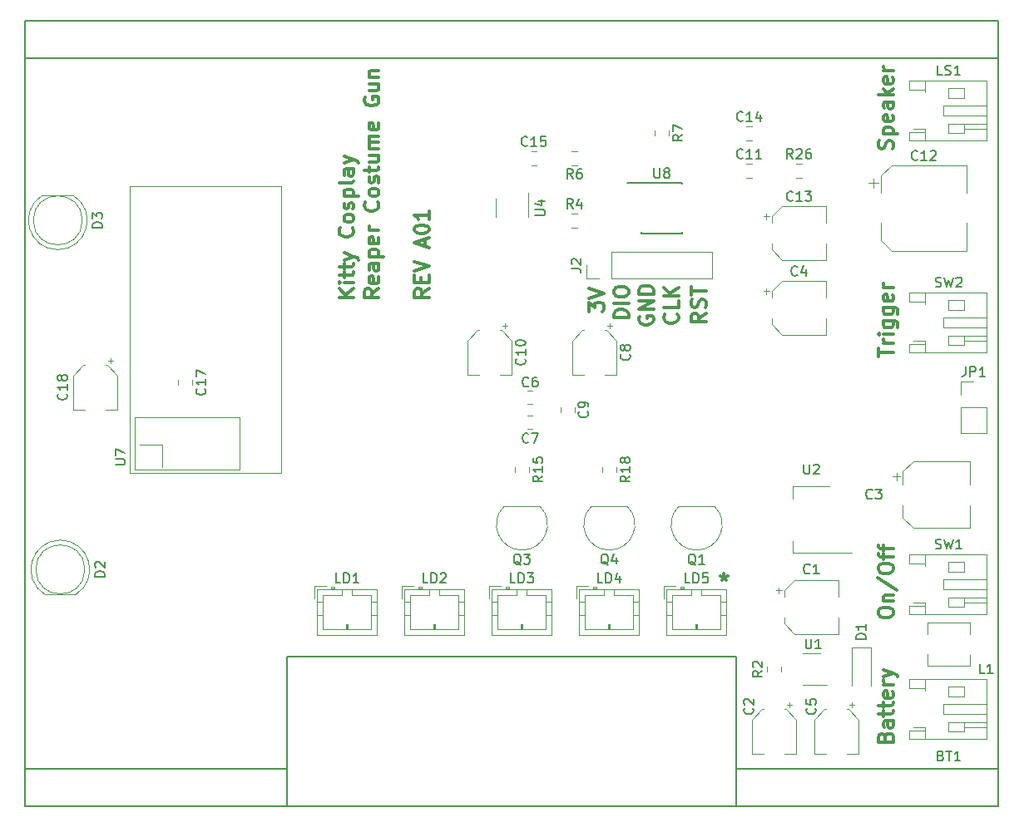
<source format=gbr>
%TF.GenerationSoftware,KiCad,Pcbnew,(5.0.0)*%
%TF.CreationDate,2019-06-06T16:06:28-05:00*%
%TF.ProjectId,Gun board,47756E20626F6172642E6B696361645F,rev?*%
%TF.SameCoordinates,Original*%
%TF.FileFunction,Legend,Top*%
%TF.FilePolarity,Positive*%
%FSLAX46Y46*%
G04 Gerber Fmt 4.6, Leading zero omitted, Abs format (unit mm)*
G04 Created by KiCad (PCBNEW (5.0.0)) date 06/06/19 16:06:28*
%MOMM*%
%LPD*%
G01*
G04 APERTURE LIST*
%ADD10C,0.300000*%
%ADD11C,0.200000*%
%ADD12C,0.120000*%
%ADD13C,0.150000*%
G04 APERTURE END LIST*
D10*
X135029571Y-49739857D02*
X133529571Y-49739857D01*
X135029571Y-48882714D02*
X134172428Y-49525571D01*
X133529571Y-48882714D02*
X134386714Y-49739857D01*
X135029571Y-48239857D02*
X134029571Y-48239857D01*
X133529571Y-48239857D02*
X133601000Y-48311285D01*
X133672428Y-48239857D01*
X133601000Y-48168428D01*
X133529571Y-48239857D01*
X133672428Y-48239857D01*
X134029571Y-47739857D02*
X134029571Y-47168428D01*
X133529571Y-47525571D02*
X134815285Y-47525571D01*
X134958142Y-47454142D01*
X135029571Y-47311285D01*
X135029571Y-47168428D01*
X134029571Y-46882714D02*
X134029571Y-46311285D01*
X133529571Y-46668428D02*
X134815285Y-46668428D01*
X134958142Y-46597000D01*
X135029571Y-46454142D01*
X135029571Y-46311285D01*
X134029571Y-45954142D02*
X135029571Y-45597000D01*
X134029571Y-45239857D02*
X135029571Y-45597000D01*
X135386714Y-45739857D01*
X135458142Y-45811285D01*
X135529571Y-45954142D01*
X134886714Y-42668428D02*
X134958142Y-42739857D01*
X135029571Y-42954142D01*
X135029571Y-43097000D01*
X134958142Y-43311285D01*
X134815285Y-43454142D01*
X134672428Y-43525571D01*
X134386714Y-43597000D01*
X134172428Y-43597000D01*
X133886714Y-43525571D01*
X133743857Y-43454142D01*
X133601000Y-43311285D01*
X133529571Y-43097000D01*
X133529571Y-42954142D01*
X133601000Y-42739857D01*
X133672428Y-42668428D01*
X135029571Y-41811285D02*
X134958142Y-41954142D01*
X134886714Y-42025571D01*
X134743857Y-42097000D01*
X134315285Y-42097000D01*
X134172428Y-42025571D01*
X134101000Y-41954142D01*
X134029571Y-41811285D01*
X134029571Y-41597000D01*
X134101000Y-41454142D01*
X134172428Y-41382714D01*
X134315285Y-41311285D01*
X134743857Y-41311285D01*
X134886714Y-41382714D01*
X134958142Y-41454142D01*
X135029571Y-41597000D01*
X135029571Y-41811285D01*
X134958142Y-40739857D02*
X135029571Y-40597000D01*
X135029571Y-40311285D01*
X134958142Y-40168428D01*
X134815285Y-40097000D01*
X134743857Y-40097000D01*
X134601000Y-40168428D01*
X134529571Y-40311285D01*
X134529571Y-40525571D01*
X134458142Y-40668428D01*
X134315285Y-40739857D01*
X134243857Y-40739857D01*
X134101000Y-40668428D01*
X134029571Y-40525571D01*
X134029571Y-40311285D01*
X134101000Y-40168428D01*
X134029571Y-39454142D02*
X135529571Y-39454142D01*
X134101000Y-39454142D02*
X134029571Y-39311285D01*
X134029571Y-39025571D01*
X134101000Y-38882714D01*
X134172428Y-38811285D01*
X134315285Y-38739857D01*
X134743857Y-38739857D01*
X134886714Y-38811285D01*
X134958142Y-38882714D01*
X135029571Y-39025571D01*
X135029571Y-39311285D01*
X134958142Y-39454142D01*
X135029571Y-37882714D02*
X134958142Y-38025571D01*
X134815285Y-38097000D01*
X133529571Y-38097000D01*
X135029571Y-36668428D02*
X134243857Y-36668428D01*
X134101000Y-36739857D01*
X134029571Y-36882714D01*
X134029571Y-37168428D01*
X134101000Y-37311285D01*
X134958142Y-36668428D02*
X135029571Y-36811285D01*
X135029571Y-37168428D01*
X134958142Y-37311285D01*
X134815285Y-37382714D01*
X134672428Y-37382714D01*
X134529571Y-37311285D01*
X134458142Y-37168428D01*
X134458142Y-36811285D01*
X134386714Y-36668428D01*
X134029571Y-36097000D02*
X135029571Y-35739857D01*
X134029571Y-35382714D02*
X135029571Y-35739857D01*
X135386714Y-35882714D01*
X135458142Y-35954142D01*
X135529571Y-36097000D01*
X137579571Y-48882714D02*
X136865285Y-49382714D01*
X137579571Y-49739857D02*
X136079571Y-49739857D01*
X136079571Y-49168428D01*
X136151000Y-49025571D01*
X136222428Y-48954142D01*
X136365285Y-48882714D01*
X136579571Y-48882714D01*
X136722428Y-48954142D01*
X136793857Y-49025571D01*
X136865285Y-49168428D01*
X136865285Y-49739857D01*
X137508142Y-47668428D02*
X137579571Y-47811285D01*
X137579571Y-48097000D01*
X137508142Y-48239857D01*
X137365285Y-48311285D01*
X136793857Y-48311285D01*
X136651000Y-48239857D01*
X136579571Y-48097000D01*
X136579571Y-47811285D01*
X136651000Y-47668428D01*
X136793857Y-47597000D01*
X136936714Y-47597000D01*
X137079571Y-48311285D01*
X137579571Y-46311285D02*
X136793857Y-46311285D01*
X136651000Y-46382714D01*
X136579571Y-46525571D01*
X136579571Y-46811285D01*
X136651000Y-46954142D01*
X137508142Y-46311285D02*
X137579571Y-46454142D01*
X137579571Y-46811285D01*
X137508142Y-46954142D01*
X137365285Y-47025571D01*
X137222428Y-47025571D01*
X137079571Y-46954142D01*
X137008142Y-46811285D01*
X137008142Y-46454142D01*
X136936714Y-46311285D01*
X136579571Y-45597000D02*
X138079571Y-45597000D01*
X136651000Y-45597000D02*
X136579571Y-45454142D01*
X136579571Y-45168428D01*
X136651000Y-45025571D01*
X136722428Y-44954142D01*
X136865285Y-44882714D01*
X137293857Y-44882714D01*
X137436714Y-44954142D01*
X137508142Y-45025571D01*
X137579571Y-45168428D01*
X137579571Y-45454142D01*
X137508142Y-45597000D01*
X137508142Y-43668428D02*
X137579571Y-43811285D01*
X137579571Y-44097000D01*
X137508142Y-44239857D01*
X137365285Y-44311285D01*
X136793857Y-44311285D01*
X136651000Y-44239857D01*
X136579571Y-44097000D01*
X136579571Y-43811285D01*
X136651000Y-43668428D01*
X136793857Y-43597000D01*
X136936714Y-43597000D01*
X137079571Y-44311285D01*
X137579571Y-42954142D02*
X136579571Y-42954142D01*
X136865285Y-42954142D02*
X136722428Y-42882714D01*
X136651000Y-42811285D01*
X136579571Y-42668428D01*
X136579571Y-42525571D01*
X137436714Y-40025571D02*
X137508142Y-40097000D01*
X137579571Y-40311285D01*
X137579571Y-40454142D01*
X137508142Y-40668428D01*
X137365285Y-40811285D01*
X137222428Y-40882714D01*
X136936714Y-40954142D01*
X136722428Y-40954142D01*
X136436714Y-40882714D01*
X136293857Y-40811285D01*
X136151000Y-40668428D01*
X136079571Y-40454142D01*
X136079571Y-40311285D01*
X136151000Y-40097000D01*
X136222428Y-40025571D01*
X137579571Y-39168428D02*
X137508142Y-39311285D01*
X137436714Y-39382714D01*
X137293857Y-39454142D01*
X136865285Y-39454142D01*
X136722428Y-39382714D01*
X136651000Y-39311285D01*
X136579571Y-39168428D01*
X136579571Y-38954142D01*
X136651000Y-38811285D01*
X136722428Y-38739857D01*
X136865285Y-38668428D01*
X137293857Y-38668428D01*
X137436714Y-38739857D01*
X137508142Y-38811285D01*
X137579571Y-38954142D01*
X137579571Y-39168428D01*
X137508142Y-38097000D02*
X137579571Y-37954142D01*
X137579571Y-37668428D01*
X137508142Y-37525571D01*
X137365285Y-37454142D01*
X137293857Y-37454142D01*
X137151000Y-37525571D01*
X137079571Y-37668428D01*
X137079571Y-37882714D01*
X137008142Y-38025571D01*
X136865285Y-38097000D01*
X136793857Y-38097000D01*
X136651000Y-38025571D01*
X136579571Y-37882714D01*
X136579571Y-37668428D01*
X136651000Y-37525571D01*
X136579571Y-37025571D02*
X136579571Y-36454142D01*
X136079571Y-36811285D02*
X137365285Y-36811285D01*
X137508142Y-36739857D01*
X137579571Y-36597000D01*
X137579571Y-36454142D01*
X136579571Y-35311285D02*
X137579571Y-35311285D01*
X136579571Y-35954142D02*
X137365285Y-35954142D01*
X137508142Y-35882714D01*
X137579571Y-35739857D01*
X137579571Y-35525571D01*
X137508142Y-35382714D01*
X137436714Y-35311285D01*
X137579571Y-34597000D02*
X136579571Y-34597000D01*
X136722428Y-34597000D02*
X136651000Y-34525571D01*
X136579571Y-34382714D01*
X136579571Y-34168428D01*
X136651000Y-34025571D01*
X136793857Y-33954142D01*
X137579571Y-33954142D01*
X136793857Y-33954142D02*
X136651000Y-33882714D01*
X136579571Y-33739857D01*
X136579571Y-33525571D01*
X136651000Y-33382714D01*
X136793857Y-33311285D01*
X137579571Y-33311285D01*
X137508142Y-32025571D02*
X137579571Y-32168428D01*
X137579571Y-32454142D01*
X137508142Y-32597000D01*
X137365285Y-32668428D01*
X136793857Y-32668428D01*
X136651000Y-32597000D01*
X136579571Y-32454142D01*
X136579571Y-32168428D01*
X136651000Y-32025571D01*
X136793857Y-31954142D01*
X136936714Y-31954142D01*
X137079571Y-32668428D01*
X136151000Y-29382714D02*
X136079571Y-29525571D01*
X136079571Y-29739857D01*
X136151000Y-29954142D01*
X136293857Y-30097000D01*
X136436714Y-30168428D01*
X136722428Y-30239857D01*
X136936714Y-30239857D01*
X137222428Y-30168428D01*
X137365285Y-30097000D01*
X137508142Y-29954142D01*
X137579571Y-29739857D01*
X137579571Y-29597000D01*
X137508142Y-29382714D01*
X137436714Y-29311285D01*
X136936714Y-29311285D01*
X136936714Y-29597000D01*
X136579571Y-28025571D02*
X137579571Y-28025571D01*
X136579571Y-28668428D02*
X137365285Y-28668428D01*
X137508142Y-28597000D01*
X137579571Y-28454142D01*
X137579571Y-28239857D01*
X137508142Y-28097000D01*
X137436714Y-28025571D01*
X136579571Y-27311285D02*
X137579571Y-27311285D01*
X136722428Y-27311285D02*
X136651000Y-27239857D01*
X136579571Y-27097000D01*
X136579571Y-26882714D01*
X136651000Y-26739857D01*
X136793857Y-26668428D01*
X137579571Y-26668428D01*
X142679571Y-48882714D02*
X141965285Y-49382714D01*
X142679571Y-49739857D02*
X141179571Y-49739857D01*
X141179571Y-49168428D01*
X141251000Y-49025571D01*
X141322428Y-48954142D01*
X141465285Y-48882714D01*
X141679571Y-48882714D01*
X141822428Y-48954142D01*
X141893857Y-49025571D01*
X141965285Y-49168428D01*
X141965285Y-49739857D01*
X141893857Y-48239857D02*
X141893857Y-47739857D01*
X142679571Y-47525571D02*
X142679571Y-48239857D01*
X141179571Y-48239857D01*
X141179571Y-47525571D01*
X141179571Y-47097000D02*
X142679571Y-46597000D01*
X141179571Y-46097000D01*
X142251000Y-44525571D02*
X142251000Y-43811285D01*
X142679571Y-44668428D02*
X141179571Y-44168428D01*
X142679571Y-43668428D01*
X141179571Y-42882714D02*
X141179571Y-42739857D01*
X141251000Y-42597000D01*
X141322428Y-42525571D01*
X141465285Y-42454142D01*
X141751000Y-42382714D01*
X142108142Y-42382714D01*
X142393857Y-42454142D01*
X142536714Y-42525571D01*
X142608142Y-42597000D01*
X142679571Y-42739857D01*
X142679571Y-42882714D01*
X142608142Y-43025571D01*
X142536714Y-43097000D01*
X142393857Y-43168428D01*
X142108142Y-43239857D01*
X141751000Y-43239857D01*
X141465285Y-43168428D01*
X141322428Y-43097000D01*
X141251000Y-43025571D01*
X141179571Y-42882714D01*
X142679571Y-40954142D02*
X142679571Y-41811285D01*
X142679571Y-41382714D02*
X141179571Y-41382714D01*
X141393857Y-41525571D01*
X141536714Y-41668428D01*
X141608142Y-41811285D01*
D11*
X200660000Y-101600000D02*
X200660000Y-21590000D01*
D10*
X170858571Y-51367428D02*
X170144285Y-51867428D01*
X170858571Y-52224571D02*
X169358571Y-52224571D01*
X169358571Y-51653142D01*
X169430000Y-51510285D01*
X169501428Y-51438857D01*
X169644285Y-51367428D01*
X169858571Y-51367428D01*
X170001428Y-51438857D01*
X170072857Y-51510285D01*
X170144285Y-51653142D01*
X170144285Y-52224571D01*
X170787142Y-50796000D02*
X170858571Y-50581714D01*
X170858571Y-50224571D01*
X170787142Y-50081714D01*
X170715714Y-50010285D01*
X170572857Y-49938857D01*
X170430000Y-49938857D01*
X170287142Y-50010285D01*
X170215714Y-50081714D01*
X170144285Y-50224571D01*
X170072857Y-50510285D01*
X170001428Y-50653142D01*
X169930000Y-50724571D01*
X169787142Y-50796000D01*
X169644285Y-50796000D01*
X169501428Y-50724571D01*
X169430000Y-50653142D01*
X169358571Y-50510285D01*
X169358571Y-50153142D01*
X169430000Y-49938857D01*
X169358571Y-49510285D02*
X169358571Y-48653142D01*
X170858571Y-49081714D02*
X169358571Y-49081714D01*
X167921714Y-51438857D02*
X167993142Y-51510285D01*
X168064571Y-51724571D01*
X168064571Y-51867428D01*
X167993142Y-52081714D01*
X167850285Y-52224571D01*
X167707428Y-52296000D01*
X167421714Y-52367428D01*
X167207428Y-52367428D01*
X166921714Y-52296000D01*
X166778857Y-52224571D01*
X166636000Y-52081714D01*
X166564571Y-51867428D01*
X166564571Y-51724571D01*
X166636000Y-51510285D01*
X166707428Y-51438857D01*
X168064571Y-50081714D02*
X168064571Y-50796000D01*
X166564571Y-50796000D01*
X168064571Y-49581714D02*
X166564571Y-49581714D01*
X168064571Y-48724571D02*
X167207428Y-49367428D01*
X166564571Y-48724571D02*
X167421714Y-49581714D01*
X164096000Y-51688857D02*
X164024571Y-51831714D01*
X164024571Y-52046000D01*
X164096000Y-52260285D01*
X164238857Y-52403142D01*
X164381714Y-52474571D01*
X164667428Y-52546000D01*
X164881714Y-52546000D01*
X165167428Y-52474571D01*
X165310285Y-52403142D01*
X165453142Y-52260285D01*
X165524571Y-52046000D01*
X165524571Y-51903142D01*
X165453142Y-51688857D01*
X165381714Y-51617428D01*
X164881714Y-51617428D01*
X164881714Y-51903142D01*
X165524571Y-50974571D02*
X164024571Y-50974571D01*
X165524571Y-50117428D01*
X164024571Y-50117428D01*
X165524571Y-49403142D02*
X164024571Y-49403142D01*
X164024571Y-49046000D01*
X164096000Y-48831714D01*
X164238857Y-48688857D01*
X164381714Y-48617428D01*
X164667428Y-48546000D01*
X164881714Y-48546000D01*
X165167428Y-48617428D01*
X165310285Y-48688857D01*
X165453142Y-48831714D01*
X165524571Y-49046000D01*
X165524571Y-49403142D01*
X162984571Y-51827714D02*
X161484571Y-51827714D01*
X161484571Y-51470571D01*
X161556000Y-51256285D01*
X161698857Y-51113428D01*
X161841714Y-51042000D01*
X162127428Y-50970571D01*
X162341714Y-50970571D01*
X162627428Y-51042000D01*
X162770285Y-51113428D01*
X162913142Y-51256285D01*
X162984571Y-51470571D01*
X162984571Y-51827714D01*
X162984571Y-50327714D02*
X161484571Y-50327714D01*
X161484571Y-49327714D02*
X161484571Y-49042000D01*
X161556000Y-48899142D01*
X161698857Y-48756285D01*
X161984571Y-48684857D01*
X162484571Y-48684857D01*
X162770285Y-48756285D01*
X162913142Y-48899142D01*
X162984571Y-49042000D01*
X162984571Y-49327714D01*
X162913142Y-49470571D01*
X162770285Y-49613428D01*
X162484571Y-49684857D01*
X161984571Y-49684857D01*
X161698857Y-49613428D01*
X161556000Y-49470571D01*
X161484571Y-49327714D01*
X158944571Y-51180857D02*
X158944571Y-50252285D01*
X159516000Y-50752285D01*
X159516000Y-50538000D01*
X159587428Y-50395142D01*
X159658857Y-50323714D01*
X159801714Y-50252285D01*
X160158857Y-50252285D01*
X160301714Y-50323714D01*
X160373142Y-50395142D01*
X160444571Y-50538000D01*
X160444571Y-50966571D01*
X160373142Y-51109428D01*
X160301714Y-51180857D01*
X158944571Y-49823714D02*
X160444571Y-49323714D01*
X158944571Y-48823714D01*
X172720000Y-77918571D02*
X172720000Y-78275714D01*
X172362857Y-78132857D02*
X172720000Y-78275714D01*
X173077142Y-78132857D01*
X172505714Y-78561428D02*
X172720000Y-78275714D01*
X172934285Y-78561428D01*
D11*
X200660000Y-25400000D02*
X101600000Y-25400000D01*
X173990000Y-97790000D02*
X200660000Y-97790000D01*
X101600000Y-97790000D02*
X128270000Y-97790000D01*
D10*
X188408571Y-81990000D02*
X188408571Y-81704285D01*
X188480000Y-81561428D01*
X188622857Y-81418571D01*
X188908571Y-81347142D01*
X189408571Y-81347142D01*
X189694285Y-81418571D01*
X189837142Y-81561428D01*
X189908571Y-81704285D01*
X189908571Y-81990000D01*
X189837142Y-82132857D01*
X189694285Y-82275714D01*
X189408571Y-82347142D01*
X188908571Y-82347142D01*
X188622857Y-82275714D01*
X188480000Y-82132857D01*
X188408571Y-81990000D01*
X188908571Y-80704285D02*
X189908571Y-80704285D01*
X189051428Y-80704285D02*
X188980000Y-80632857D01*
X188908571Y-80490000D01*
X188908571Y-80275714D01*
X188980000Y-80132857D01*
X189122857Y-80061428D01*
X189908571Y-80061428D01*
X188337142Y-78275714D02*
X190265714Y-79561428D01*
X188408571Y-77490000D02*
X188408571Y-77204285D01*
X188480000Y-77061428D01*
X188622857Y-76918571D01*
X188908571Y-76847142D01*
X189408571Y-76847142D01*
X189694285Y-76918571D01*
X189837142Y-77061428D01*
X189908571Y-77204285D01*
X189908571Y-77490000D01*
X189837142Y-77632857D01*
X189694285Y-77775714D01*
X189408571Y-77847142D01*
X188908571Y-77847142D01*
X188622857Y-77775714D01*
X188480000Y-77632857D01*
X188408571Y-77490000D01*
X188908571Y-76418571D02*
X188908571Y-75847142D01*
X189908571Y-76204285D02*
X188622857Y-76204285D01*
X188480000Y-76132857D01*
X188408571Y-75990000D01*
X188408571Y-75847142D01*
X188908571Y-75561428D02*
X188908571Y-74990000D01*
X189908571Y-75347142D02*
X188622857Y-75347142D01*
X188480000Y-75275714D01*
X188408571Y-75132857D01*
X188408571Y-74990000D01*
X189122857Y-94547142D02*
X189194285Y-94332857D01*
X189265714Y-94261428D01*
X189408571Y-94190000D01*
X189622857Y-94190000D01*
X189765714Y-94261428D01*
X189837142Y-94332857D01*
X189908571Y-94475714D01*
X189908571Y-95047142D01*
X188408571Y-95047142D01*
X188408571Y-94547142D01*
X188480000Y-94404285D01*
X188551428Y-94332857D01*
X188694285Y-94261428D01*
X188837142Y-94261428D01*
X188980000Y-94332857D01*
X189051428Y-94404285D01*
X189122857Y-94547142D01*
X189122857Y-95047142D01*
X189908571Y-92904285D02*
X189122857Y-92904285D01*
X188980000Y-92975714D01*
X188908571Y-93118571D01*
X188908571Y-93404285D01*
X188980000Y-93547142D01*
X189837142Y-92904285D02*
X189908571Y-93047142D01*
X189908571Y-93404285D01*
X189837142Y-93547142D01*
X189694285Y-93618571D01*
X189551428Y-93618571D01*
X189408571Y-93547142D01*
X189337142Y-93404285D01*
X189337142Y-93047142D01*
X189265714Y-92904285D01*
X188908571Y-92404285D02*
X188908571Y-91832857D01*
X188408571Y-92190000D02*
X189694285Y-92190000D01*
X189837142Y-92118571D01*
X189908571Y-91975714D01*
X189908571Y-91832857D01*
X188908571Y-91547142D02*
X188908571Y-90975714D01*
X188408571Y-91332857D02*
X189694285Y-91332857D01*
X189837142Y-91261428D01*
X189908571Y-91118571D01*
X189908571Y-90975714D01*
X189837142Y-89904285D02*
X189908571Y-90047142D01*
X189908571Y-90332857D01*
X189837142Y-90475714D01*
X189694285Y-90547142D01*
X189122857Y-90547142D01*
X188980000Y-90475714D01*
X188908571Y-90332857D01*
X188908571Y-90047142D01*
X188980000Y-89904285D01*
X189122857Y-89832857D01*
X189265714Y-89832857D01*
X189408571Y-90547142D01*
X189908571Y-89190000D02*
X188908571Y-89190000D01*
X189194285Y-89190000D02*
X189051428Y-89118571D01*
X188980000Y-89047142D01*
X188908571Y-88904285D01*
X188908571Y-88761428D01*
X188908571Y-88404285D02*
X189908571Y-88047142D01*
X188908571Y-87690000D02*
X189908571Y-88047142D01*
X190265714Y-88190000D01*
X190337142Y-88261428D01*
X190408571Y-88404285D01*
X188408571Y-55784285D02*
X188408571Y-54927142D01*
X189908571Y-55355714D02*
X188408571Y-55355714D01*
X189908571Y-54427142D02*
X188908571Y-54427142D01*
X189194285Y-54427142D02*
X189051428Y-54355714D01*
X188980000Y-54284285D01*
X188908571Y-54141428D01*
X188908571Y-53998571D01*
X189908571Y-53498571D02*
X188908571Y-53498571D01*
X188408571Y-53498571D02*
X188480000Y-53570000D01*
X188551428Y-53498571D01*
X188480000Y-53427142D01*
X188408571Y-53498571D01*
X188551428Y-53498571D01*
X188908571Y-52141428D02*
X190122857Y-52141428D01*
X190265714Y-52212857D01*
X190337142Y-52284285D01*
X190408571Y-52427142D01*
X190408571Y-52641428D01*
X190337142Y-52784285D01*
X189837142Y-52141428D02*
X189908571Y-52284285D01*
X189908571Y-52570000D01*
X189837142Y-52712857D01*
X189765714Y-52784285D01*
X189622857Y-52855714D01*
X189194285Y-52855714D01*
X189051428Y-52784285D01*
X188980000Y-52712857D01*
X188908571Y-52570000D01*
X188908571Y-52284285D01*
X188980000Y-52141428D01*
X188908571Y-50784285D02*
X190122857Y-50784285D01*
X190265714Y-50855714D01*
X190337142Y-50927142D01*
X190408571Y-51070000D01*
X190408571Y-51284285D01*
X190337142Y-51427142D01*
X189837142Y-50784285D02*
X189908571Y-50927142D01*
X189908571Y-51212857D01*
X189837142Y-51355714D01*
X189765714Y-51427142D01*
X189622857Y-51498571D01*
X189194285Y-51498571D01*
X189051428Y-51427142D01*
X188980000Y-51355714D01*
X188908571Y-51212857D01*
X188908571Y-50927142D01*
X188980000Y-50784285D01*
X189837142Y-49498571D02*
X189908571Y-49641428D01*
X189908571Y-49927142D01*
X189837142Y-50070000D01*
X189694285Y-50141428D01*
X189122857Y-50141428D01*
X188980000Y-50070000D01*
X188908571Y-49927142D01*
X188908571Y-49641428D01*
X188980000Y-49498571D01*
X189122857Y-49427142D01*
X189265714Y-49427142D01*
X189408571Y-50141428D01*
X189908571Y-48784285D02*
X188908571Y-48784285D01*
X189194285Y-48784285D02*
X189051428Y-48712857D01*
X188980000Y-48641428D01*
X188908571Y-48498571D01*
X188908571Y-48355714D01*
X189837142Y-34622857D02*
X189908571Y-34408571D01*
X189908571Y-34051428D01*
X189837142Y-33908571D01*
X189765714Y-33837142D01*
X189622857Y-33765714D01*
X189480000Y-33765714D01*
X189337142Y-33837142D01*
X189265714Y-33908571D01*
X189194285Y-34051428D01*
X189122857Y-34337142D01*
X189051428Y-34480000D01*
X188980000Y-34551428D01*
X188837142Y-34622857D01*
X188694285Y-34622857D01*
X188551428Y-34551428D01*
X188480000Y-34480000D01*
X188408571Y-34337142D01*
X188408571Y-33980000D01*
X188480000Y-33765714D01*
X188908571Y-33122857D02*
X190408571Y-33122857D01*
X188980000Y-33122857D02*
X188908571Y-32980000D01*
X188908571Y-32694285D01*
X188980000Y-32551428D01*
X189051428Y-32480000D01*
X189194285Y-32408571D01*
X189622857Y-32408571D01*
X189765714Y-32480000D01*
X189837142Y-32551428D01*
X189908571Y-32694285D01*
X189908571Y-32980000D01*
X189837142Y-33122857D01*
X189837142Y-31194285D02*
X189908571Y-31337142D01*
X189908571Y-31622857D01*
X189837142Y-31765714D01*
X189694285Y-31837142D01*
X189122857Y-31837142D01*
X188980000Y-31765714D01*
X188908571Y-31622857D01*
X188908571Y-31337142D01*
X188980000Y-31194285D01*
X189122857Y-31122857D01*
X189265714Y-31122857D01*
X189408571Y-31837142D01*
X189908571Y-29837142D02*
X189122857Y-29837142D01*
X188980000Y-29908571D01*
X188908571Y-30051428D01*
X188908571Y-30337142D01*
X188980000Y-30480000D01*
X189837142Y-29837142D02*
X189908571Y-29980000D01*
X189908571Y-30337142D01*
X189837142Y-30480000D01*
X189694285Y-30551428D01*
X189551428Y-30551428D01*
X189408571Y-30480000D01*
X189337142Y-30337142D01*
X189337142Y-29980000D01*
X189265714Y-29837142D01*
X189908571Y-29122857D02*
X188408571Y-29122857D01*
X189337142Y-28980000D02*
X189908571Y-28551428D01*
X188908571Y-28551428D02*
X189480000Y-29122857D01*
X189837142Y-27337142D02*
X189908571Y-27480000D01*
X189908571Y-27765714D01*
X189837142Y-27908571D01*
X189694285Y-27980000D01*
X189122857Y-27980000D01*
X188980000Y-27908571D01*
X188908571Y-27765714D01*
X188908571Y-27480000D01*
X188980000Y-27337142D01*
X189122857Y-27265714D01*
X189265714Y-27265714D01*
X189408571Y-27980000D01*
X189908571Y-26622857D02*
X188908571Y-26622857D01*
X189194285Y-26622857D02*
X189051428Y-26551428D01*
X188980000Y-26480000D01*
X188908571Y-26337142D01*
X188908571Y-26194285D01*
D11*
X173990000Y-86360000D02*
X173990000Y-101600000D01*
X151130000Y-86360000D02*
X173990000Y-86360000D01*
X128270000Y-86360000D02*
X128270000Y-101600000D01*
X151130000Y-86360000D02*
X128270000Y-86360000D01*
X101600000Y-21590000D02*
X101600000Y-101600000D01*
X200660000Y-21590000D02*
X101600000Y-21590000D01*
X101600000Y-101600000D02*
X200660000Y-101600000D01*
D12*
X112776000Y-67310000D02*
X112776000Y-61976000D01*
X112776000Y-61976000D02*
X123444000Y-61976000D01*
X123444000Y-61976000D02*
X123444000Y-67310000D01*
X123444000Y-67310000D02*
X123444000Y-67310000D01*
X113284000Y-64770000D02*
X115570000Y-64770000D01*
X115570000Y-64770000D02*
X115570000Y-67056000D01*
X115570000Y-67056000D02*
X115570000Y-67056000D01*
X112200000Y-67640000D02*
X112200000Y-38440000D01*
X112200000Y-38440000D02*
X127650000Y-38440000D01*
X127650000Y-38440000D02*
X127650000Y-67640000D01*
X127650000Y-67640000D02*
X112200000Y-67640000D01*
X112200000Y-67640000D02*
X112200000Y-67640000D01*
X123444000Y-67310000D02*
X112776000Y-67310000D01*
X112776000Y-67310000D02*
X112776000Y-67310000D01*
X193180000Y-93570000D02*
X193180000Y-93850000D01*
X193180000Y-93850000D02*
X191580000Y-93850000D01*
X191580000Y-93850000D02*
X191580000Y-94770000D01*
X191580000Y-94770000D02*
X199400000Y-94770000D01*
X199400000Y-94770000D02*
X199400000Y-88650000D01*
X199400000Y-88650000D02*
X191580000Y-88650000D01*
X191580000Y-88650000D02*
X191580000Y-89570000D01*
X191580000Y-89570000D02*
X193180000Y-89570000D01*
X193180000Y-89570000D02*
X193180000Y-89850000D01*
X199400000Y-92210000D02*
X195040000Y-92210000D01*
X195040000Y-92210000D02*
X195040000Y-91210000D01*
X195040000Y-91210000D02*
X199400000Y-91210000D01*
X193180000Y-94770000D02*
X193180000Y-93850000D01*
X193180000Y-88650000D02*
X193180000Y-89570000D01*
X195540000Y-94010000D02*
X197140000Y-94010000D01*
X197140000Y-94010000D02*
X197140000Y-93010000D01*
X197140000Y-93010000D02*
X195540000Y-93010000D01*
X195540000Y-93010000D02*
X195540000Y-94010000D01*
X195540000Y-89410000D02*
X197140000Y-89410000D01*
X197140000Y-89410000D02*
X197140000Y-90410000D01*
X197140000Y-90410000D02*
X195540000Y-90410000D01*
X195540000Y-90410000D02*
X195540000Y-89410000D01*
X197140000Y-93010000D02*
X199400000Y-93010000D01*
X197140000Y-93510000D02*
X199400000Y-93510000D01*
X193180000Y-93570000D02*
X191965000Y-93570000D01*
X184370000Y-84040000D02*
X184370000Y-82340000D01*
X184370000Y-78520000D02*
X184370000Y-80220000D01*
X179914437Y-78520000D02*
X184370000Y-78520000D01*
X179914437Y-84040000D02*
X184370000Y-84040000D01*
X178850000Y-82975563D02*
X178850000Y-82340000D01*
X178850000Y-79584437D02*
X178850000Y-80220000D01*
X178850000Y-79584437D02*
X179914437Y-78520000D01*
X178850000Y-82975563D02*
X179914437Y-84040000D01*
X177985000Y-79595000D02*
X178610000Y-79595000D01*
X178297500Y-79282500D02*
X178297500Y-79907500D01*
X175540000Y-96240000D02*
X176740000Y-96240000D01*
X180060000Y-96240000D02*
X178860000Y-96240000D01*
X180060000Y-92784437D02*
X180060000Y-96240000D01*
X175540000Y-92784437D02*
X175540000Y-96240000D01*
X176604437Y-91720000D02*
X176740000Y-91720000D01*
X178995563Y-91720000D02*
X178860000Y-91720000D01*
X178995563Y-91720000D02*
X180060000Y-92784437D01*
X176604437Y-91720000D02*
X175540000Y-92784437D01*
X179360000Y-90980000D02*
X179360000Y-91480000D01*
X179610000Y-91230000D02*
X179110000Y-91230000D01*
X197720000Y-73260000D02*
X197720000Y-70910000D01*
X197720000Y-66440000D02*
X197720000Y-68790000D01*
X191964437Y-66440000D02*
X197720000Y-66440000D01*
X191964437Y-73260000D02*
X197720000Y-73260000D01*
X190900000Y-72195563D02*
X190900000Y-70910000D01*
X190900000Y-67504437D02*
X190900000Y-68790000D01*
X190900000Y-67504437D02*
X191964437Y-66440000D01*
X190900000Y-72195563D02*
X191964437Y-73260000D01*
X189872500Y-68002500D02*
X190660000Y-68002500D01*
X190266250Y-67608750D02*
X190266250Y-68396250D01*
X183100000Y-53560000D02*
X183100000Y-51860000D01*
X183100000Y-48040000D02*
X183100000Y-49740000D01*
X178644437Y-48040000D02*
X183100000Y-48040000D01*
X178644437Y-53560000D02*
X183100000Y-53560000D01*
X177580000Y-52495563D02*
X177580000Y-51860000D01*
X177580000Y-49104437D02*
X177580000Y-49740000D01*
X177580000Y-49104437D02*
X178644437Y-48040000D01*
X177580000Y-52495563D02*
X178644437Y-53560000D01*
X176715000Y-49115000D02*
X177340000Y-49115000D01*
X177027500Y-48802500D02*
X177027500Y-49427500D01*
X185960000Y-91230000D02*
X185460000Y-91230000D01*
X185710000Y-90980000D02*
X185710000Y-91480000D01*
X182954437Y-91720000D02*
X181890000Y-92784437D01*
X185345563Y-91720000D02*
X186410000Y-92784437D01*
X185345563Y-91720000D02*
X185210000Y-91720000D01*
X182954437Y-91720000D02*
X183090000Y-91720000D01*
X181890000Y-92784437D02*
X181890000Y-96240000D01*
X186410000Y-92784437D02*
X186410000Y-96240000D01*
X186410000Y-96240000D02*
X185210000Y-96240000D01*
X181890000Y-96240000D02*
X183090000Y-96240000D01*
X153231428Y-60644190D02*
X152714272Y-60644190D01*
X153231428Y-59224190D02*
X152714272Y-59224190D01*
X153231428Y-61764190D02*
X152714272Y-61764190D01*
X153231428Y-63184190D02*
X152714272Y-63184190D01*
X157252000Y-57632000D02*
X158452000Y-57632000D01*
X161772000Y-57632000D02*
X160572000Y-57632000D01*
X161772000Y-54176437D02*
X161772000Y-57632000D01*
X157252000Y-54176437D02*
X157252000Y-57632000D01*
X158316437Y-53112000D02*
X158452000Y-53112000D01*
X160707563Y-53112000D02*
X160572000Y-53112000D01*
X160707563Y-53112000D02*
X161772000Y-54176437D01*
X158316437Y-53112000D02*
X157252000Y-54176437D01*
X161072000Y-52372000D02*
X161072000Y-52872000D01*
X161322000Y-52622000D02*
X160822000Y-52622000D01*
X157492850Y-60945612D02*
X157492850Y-61462768D01*
X156072850Y-60945612D02*
X156072850Y-61462768D01*
X150654000Y-52622000D02*
X150154000Y-52622000D01*
X150404000Y-52372000D02*
X150404000Y-52872000D01*
X147648437Y-53112000D02*
X146584000Y-54176437D01*
X150039563Y-53112000D02*
X151104000Y-54176437D01*
X150039563Y-53112000D02*
X149904000Y-53112000D01*
X147648437Y-53112000D02*
X147784000Y-53112000D01*
X146584000Y-54176437D02*
X146584000Y-57632000D01*
X151104000Y-54176437D02*
X151104000Y-57632000D01*
X151104000Y-57632000D02*
X149904000Y-57632000D01*
X146584000Y-57632000D02*
X147784000Y-57632000D01*
X175001422Y-37540000D02*
X175518578Y-37540000D01*
X175001422Y-36120000D02*
X175518578Y-36120000D01*
X197400000Y-45000000D02*
X197400000Y-42150000D01*
X197400000Y-36280000D02*
X197400000Y-39130000D01*
X189744437Y-36280000D02*
X197400000Y-36280000D01*
X189744437Y-45000000D02*
X197400000Y-45000000D01*
X188680000Y-43935563D02*
X188680000Y-42150000D01*
X188680000Y-37344437D02*
X188680000Y-39130000D01*
X188680000Y-37344437D02*
X189744437Y-36280000D01*
X188680000Y-43935563D02*
X189744437Y-45000000D01*
X187440000Y-38130000D02*
X188440000Y-38130000D01*
X187940000Y-37630000D02*
X187940000Y-38630000D01*
X177027500Y-41182500D02*
X177027500Y-41807500D01*
X176715000Y-41495000D02*
X177340000Y-41495000D01*
X177580000Y-44875563D02*
X178644437Y-45940000D01*
X177580000Y-41484437D02*
X178644437Y-40420000D01*
X177580000Y-41484437D02*
X177580000Y-42120000D01*
X177580000Y-44875563D02*
X177580000Y-44240000D01*
X178644437Y-45940000D02*
X183100000Y-45940000D01*
X178644437Y-40420000D02*
X183100000Y-40420000D01*
X183100000Y-40420000D02*
X183100000Y-42120000D01*
X183100000Y-45940000D02*
X183100000Y-44240000D01*
X175001422Y-32310000D02*
X175518578Y-32310000D01*
X175001422Y-33730000D02*
X175518578Y-33730000D01*
X153078922Y-36270000D02*
X153596078Y-36270000D01*
X153078922Y-34850000D02*
X153596078Y-34850000D01*
X118566000Y-58161422D02*
X118566000Y-58678578D01*
X117146000Y-58161422D02*
X117146000Y-58678578D01*
X106452000Y-61188000D02*
X107652000Y-61188000D01*
X110972000Y-61188000D02*
X109772000Y-61188000D01*
X110972000Y-57732437D02*
X110972000Y-61188000D01*
X106452000Y-57732437D02*
X106452000Y-61188000D01*
X107516437Y-56668000D02*
X107652000Y-56668000D01*
X109907563Y-56668000D02*
X109772000Y-56668000D01*
X109907563Y-56668000D02*
X110972000Y-57732437D01*
X107516437Y-56668000D02*
X106452000Y-57732437D01*
X110272000Y-55928000D02*
X110272000Y-56428000D01*
X110522000Y-56178000D02*
X110022000Y-56178000D01*
X187690000Y-85380000D02*
X185690000Y-85380000D01*
X185690000Y-85380000D02*
X185690000Y-89280000D01*
X187690000Y-85380000D02*
X187690000Y-89280000D01*
X103611000Y-80030000D02*
X106701000Y-80030000D01*
X107656000Y-77470000D02*
G75*
G03X107656000Y-77470000I-2500000J0D01*
G01*
X105155538Y-74480000D02*
G75*
G02X106700830Y-80030000I462J-2990000D01*
G01*
X105156462Y-74480000D02*
G75*
G03X103611170Y-80030000I-462J-2990000D01*
G01*
X104901538Y-44900000D02*
G75*
G03X106446830Y-39350000I462J2990000D01*
G01*
X104902462Y-44900000D02*
G75*
G02X103357170Y-39350000I-462J2990000D01*
G01*
X107402000Y-41910000D02*
G75*
G03X107402000Y-41910000I-2500000J0D01*
G01*
X106447000Y-39350000D02*
X103357000Y-39350000D01*
X158690000Y-47812000D02*
X158690000Y-46482000D01*
X160020000Y-47812000D02*
X158690000Y-47812000D01*
X161290000Y-47812000D02*
X161290000Y-45152000D01*
X161290000Y-45152000D02*
X171510000Y-45152000D01*
X161290000Y-47812000D02*
X171510000Y-47812000D01*
X171510000Y-47812000D02*
X171510000Y-45152000D01*
X196790000Y-63560000D02*
X199450000Y-63560000D01*
X196790000Y-60960000D02*
X196790000Y-63560000D01*
X199450000Y-60960000D02*
X199450000Y-63560000D01*
X196790000Y-60960000D02*
X199450000Y-60960000D01*
X196790000Y-59690000D02*
X196790000Y-58360000D01*
X196790000Y-58360000D02*
X198120000Y-58360000D01*
X130990000Y-79170000D02*
X130990000Y-80420000D01*
X132240000Y-79170000D02*
X130990000Y-79170000D01*
X134350000Y-83580000D02*
X134350000Y-83080000D01*
X134450000Y-83080000D02*
X134450000Y-83580000D01*
X134250000Y-83080000D02*
X134450000Y-83080000D01*
X134250000Y-83580000D02*
X134250000Y-83080000D01*
X137410000Y-82080000D02*
X136800000Y-82080000D01*
X137410000Y-80780000D02*
X136800000Y-80780000D01*
X131290000Y-82080000D02*
X131900000Y-82080000D01*
X131290000Y-80780000D02*
X131900000Y-80780000D01*
X134850000Y-80080000D02*
X134850000Y-79470000D01*
X136800000Y-80080000D02*
X134850000Y-80080000D01*
X136800000Y-83580000D02*
X136800000Y-80080000D01*
X131900000Y-83580000D02*
X136800000Y-83580000D01*
X131900000Y-80080000D02*
X131900000Y-83580000D01*
X133850000Y-80080000D02*
X131900000Y-80080000D01*
X133850000Y-79470000D02*
X133850000Y-80080000D01*
X133050000Y-79370000D02*
X132750000Y-79370000D01*
X132750000Y-79270000D02*
X132750000Y-79470000D01*
X133050000Y-79270000D02*
X132750000Y-79270000D01*
X133050000Y-79470000D02*
X133050000Y-79270000D01*
X137410000Y-79470000D02*
X131290000Y-79470000D01*
X137410000Y-84190000D02*
X137410000Y-79470000D01*
X131290000Y-84190000D02*
X137410000Y-84190000D01*
X131290000Y-79470000D02*
X131290000Y-84190000D01*
X139880000Y-79170000D02*
X139880000Y-80420000D01*
X141130000Y-79170000D02*
X139880000Y-79170000D01*
X143240000Y-83580000D02*
X143240000Y-83080000D01*
X143340000Y-83080000D02*
X143340000Y-83580000D01*
X143140000Y-83080000D02*
X143340000Y-83080000D01*
X143140000Y-83580000D02*
X143140000Y-83080000D01*
X146300000Y-82080000D02*
X145690000Y-82080000D01*
X146300000Y-80780000D02*
X145690000Y-80780000D01*
X140180000Y-82080000D02*
X140790000Y-82080000D01*
X140180000Y-80780000D02*
X140790000Y-80780000D01*
X143740000Y-80080000D02*
X143740000Y-79470000D01*
X145690000Y-80080000D02*
X143740000Y-80080000D01*
X145690000Y-83580000D02*
X145690000Y-80080000D01*
X140790000Y-83580000D02*
X145690000Y-83580000D01*
X140790000Y-80080000D02*
X140790000Y-83580000D01*
X142740000Y-80080000D02*
X140790000Y-80080000D01*
X142740000Y-79470000D02*
X142740000Y-80080000D01*
X141940000Y-79370000D02*
X141640000Y-79370000D01*
X141640000Y-79270000D02*
X141640000Y-79470000D01*
X141940000Y-79270000D02*
X141640000Y-79270000D01*
X141940000Y-79470000D02*
X141940000Y-79270000D01*
X146300000Y-79470000D02*
X140180000Y-79470000D01*
X146300000Y-84190000D02*
X146300000Y-79470000D01*
X140180000Y-84190000D02*
X146300000Y-84190000D01*
X140180000Y-79470000D02*
X140180000Y-84190000D01*
X149070000Y-79470000D02*
X149070000Y-84190000D01*
X149070000Y-84190000D02*
X155190000Y-84190000D01*
X155190000Y-84190000D02*
X155190000Y-79470000D01*
X155190000Y-79470000D02*
X149070000Y-79470000D01*
X150830000Y-79470000D02*
X150830000Y-79270000D01*
X150830000Y-79270000D02*
X150530000Y-79270000D01*
X150530000Y-79270000D02*
X150530000Y-79470000D01*
X150830000Y-79370000D02*
X150530000Y-79370000D01*
X151630000Y-79470000D02*
X151630000Y-80080000D01*
X151630000Y-80080000D02*
X149680000Y-80080000D01*
X149680000Y-80080000D02*
X149680000Y-83580000D01*
X149680000Y-83580000D02*
X154580000Y-83580000D01*
X154580000Y-83580000D02*
X154580000Y-80080000D01*
X154580000Y-80080000D02*
X152630000Y-80080000D01*
X152630000Y-80080000D02*
X152630000Y-79470000D01*
X149070000Y-80780000D02*
X149680000Y-80780000D01*
X149070000Y-82080000D02*
X149680000Y-82080000D01*
X155190000Y-80780000D02*
X154580000Y-80780000D01*
X155190000Y-82080000D02*
X154580000Y-82080000D01*
X152030000Y-83580000D02*
X152030000Y-83080000D01*
X152030000Y-83080000D02*
X152230000Y-83080000D01*
X152230000Y-83080000D02*
X152230000Y-83580000D01*
X152130000Y-83580000D02*
X152130000Y-83080000D01*
X150020000Y-79170000D02*
X148770000Y-79170000D01*
X148770000Y-79170000D02*
X148770000Y-80420000D01*
X157960000Y-79470000D02*
X157960000Y-84190000D01*
X157960000Y-84190000D02*
X164080000Y-84190000D01*
X164080000Y-84190000D02*
X164080000Y-79470000D01*
X164080000Y-79470000D02*
X157960000Y-79470000D01*
X159720000Y-79470000D02*
X159720000Y-79270000D01*
X159720000Y-79270000D02*
X159420000Y-79270000D01*
X159420000Y-79270000D02*
X159420000Y-79470000D01*
X159720000Y-79370000D02*
X159420000Y-79370000D01*
X160520000Y-79470000D02*
X160520000Y-80080000D01*
X160520000Y-80080000D02*
X158570000Y-80080000D01*
X158570000Y-80080000D02*
X158570000Y-83580000D01*
X158570000Y-83580000D02*
X163470000Y-83580000D01*
X163470000Y-83580000D02*
X163470000Y-80080000D01*
X163470000Y-80080000D02*
X161520000Y-80080000D01*
X161520000Y-80080000D02*
X161520000Y-79470000D01*
X157960000Y-80780000D02*
X158570000Y-80780000D01*
X157960000Y-82080000D02*
X158570000Y-82080000D01*
X164080000Y-80780000D02*
X163470000Y-80780000D01*
X164080000Y-82080000D02*
X163470000Y-82080000D01*
X160920000Y-83580000D02*
X160920000Y-83080000D01*
X160920000Y-83080000D02*
X161120000Y-83080000D01*
X161120000Y-83080000D02*
X161120000Y-83580000D01*
X161020000Y-83580000D02*
X161020000Y-83080000D01*
X158910000Y-79170000D02*
X157660000Y-79170000D01*
X157660000Y-79170000D02*
X157660000Y-80420000D01*
X166850000Y-79470000D02*
X166850000Y-84190000D01*
X166850000Y-84190000D02*
X172970000Y-84190000D01*
X172970000Y-84190000D02*
X172970000Y-79470000D01*
X172970000Y-79470000D02*
X166850000Y-79470000D01*
X168610000Y-79470000D02*
X168610000Y-79270000D01*
X168610000Y-79270000D02*
X168310000Y-79270000D01*
X168310000Y-79270000D02*
X168310000Y-79470000D01*
X168610000Y-79370000D02*
X168310000Y-79370000D01*
X169410000Y-79470000D02*
X169410000Y-80080000D01*
X169410000Y-80080000D02*
X167460000Y-80080000D01*
X167460000Y-80080000D02*
X167460000Y-83580000D01*
X167460000Y-83580000D02*
X172360000Y-83580000D01*
X172360000Y-83580000D02*
X172360000Y-80080000D01*
X172360000Y-80080000D02*
X170410000Y-80080000D01*
X170410000Y-80080000D02*
X170410000Y-79470000D01*
X166850000Y-80780000D02*
X167460000Y-80780000D01*
X166850000Y-82080000D02*
X167460000Y-82080000D01*
X172970000Y-80780000D02*
X172360000Y-80780000D01*
X172970000Y-82080000D02*
X172360000Y-82080000D01*
X169810000Y-83580000D02*
X169810000Y-83080000D01*
X169810000Y-83080000D02*
X170010000Y-83080000D01*
X170010000Y-83080000D02*
X170010000Y-83580000D01*
X169910000Y-83580000D02*
X169910000Y-83080000D01*
X167800000Y-79170000D02*
X166550000Y-79170000D01*
X166550000Y-79170000D02*
X166550000Y-80420000D01*
X193180000Y-32610000D02*
X191965000Y-32610000D01*
X197140000Y-32550000D02*
X199400000Y-32550000D01*
X197140000Y-32050000D02*
X199400000Y-32050000D01*
X195540000Y-29450000D02*
X195540000Y-28450000D01*
X197140000Y-29450000D02*
X195540000Y-29450000D01*
X197140000Y-28450000D02*
X197140000Y-29450000D01*
X195540000Y-28450000D02*
X197140000Y-28450000D01*
X195540000Y-32050000D02*
X195540000Y-33050000D01*
X197140000Y-32050000D02*
X195540000Y-32050000D01*
X197140000Y-33050000D02*
X197140000Y-32050000D01*
X195540000Y-33050000D02*
X197140000Y-33050000D01*
X193180000Y-27690000D02*
X193180000Y-28610000D01*
X193180000Y-33810000D02*
X193180000Y-32890000D01*
X195040000Y-30250000D02*
X199400000Y-30250000D01*
X195040000Y-31250000D02*
X195040000Y-30250000D01*
X199400000Y-31250000D02*
X195040000Y-31250000D01*
X193180000Y-28610000D02*
X193180000Y-28890000D01*
X191580000Y-28610000D02*
X193180000Y-28610000D01*
X191580000Y-27690000D02*
X191580000Y-28610000D01*
X199400000Y-27690000D02*
X191580000Y-27690000D01*
X199400000Y-33810000D02*
X199400000Y-27690000D01*
X191580000Y-33810000D02*
X199400000Y-33810000D01*
X191580000Y-32890000D02*
X191580000Y-33810000D01*
X193180000Y-32890000D02*
X191580000Y-32890000D01*
X193180000Y-32610000D02*
X193180000Y-32890000D01*
X171726000Y-71048000D02*
X168126000Y-71048000D01*
X171764478Y-71059522D02*
G75*
G02X169926000Y-75498000I-1838478J-1838478D01*
G01*
X168087522Y-71059522D02*
G75*
G03X169926000Y-75498000I1838478J-1838478D01*
G01*
X150307522Y-71059522D02*
G75*
G03X152146000Y-75498000I1838478J-1838478D01*
G01*
X153984478Y-71059522D02*
G75*
G02X152146000Y-75498000I-1838478J-1838478D01*
G01*
X153946000Y-71048000D02*
X150346000Y-71048000D01*
X162836000Y-71048000D02*
X159236000Y-71048000D01*
X162874478Y-71059522D02*
G75*
G02X161036000Y-75498000I-1838478J-1838478D01*
G01*
X159197522Y-71059522D02*
G75*
G03X161036000Y-75498000I1838478J-1838478D01*
G01*
X178510000Y-87888578D02*
X178510000Y-87371422D01*
X177090000Y-87888578D02*
X177090000Y-87371422D01*
X157221422Y-42620000D02*
X157738578Y-42620000D01*
X157221422Y-41200000D02*
X157738578Y-41200000D01*
X157738578Y-36270000D02*
X157221422Y-36270000D01*
X157738578Y-34850000D02*
X157221422Y-34850000D01*
X165660000Y-32761422D02*
X165660000Y-33278578D01*
X167080000Y-32761422D02*
X167080000Y-33278578D01*
X152856000Y-67051422D02*
X152856000Y-67568578D01*
X151436000Y-67051422D02*
X151436000Y-67568578D01*
X160326000Y-67051422D02*
X160326000Y-67568578D01*
X161746000Y-67051422D02*
X161746000Y-67568578D01*
X180081422Y-37540000D02*
X180598578Y-37540000D01*
X180081422Y-36120000D02*
X180598578Y-36120000D01*
X193180000Y-80870000D02*
X193180000Y-81150000D01*
X193180000Y-81150000D02*
X191580000Y-81150000D01*
X191580000Y-81150000D02*
X191580000Y-82070000D01*
X191580000Y-82070000D02*
X199400000Y-82070000D01*
X199400000Y-82070000D02*
X199400000Y-75950000D01*
X199400000Y-75950000D02*
X191580000Y-75950000D01*
X191580000Y-75950000D02*
X191580000Y-76870000D01*
X191580000Y-76870000D02*
X193180000Y-76870000D01*
X193180000Y-76870000D02*
X193180000Y-77150000D01*
X199400000Y-79510000D02*
X195040000Y-79510000D01*
X195040000Y-79510000D02*
X195040000Y-78510000D01*
X195040000Y-78510000D02*
X199400000Y-78510000D01*
X193180000Y-82070000D02*
X193180000Y-81150000D01*
X193180000Y-75950000D02*
X193180000Y-76870000D01*
X195540000Y-81310000D02*
X197140000Y-81310000D01*
X197140000Y-81310000D02*
X197140000Y-80310000D01*
X197140000Y-80310000D02*
X195540000Y-80310000D01*
X195540000Y-80310000D02*
X195540000Y-81310000D01*
X195540000Y-76710000D02*
X197140000Y-76710000D01*
X197140000Y-76710000D02*
X197140000Y-77710000D01*
X197140000Y-77710000D02*
X195540000Y-77710000D01*
X195540000Y-77710000D02*
X195540000Y-76710000D01*
X197140000Y-80310000D02*
X199400000Y-80310000D01*
X197140000Y-80810000D02*
X199400000Y-80810000D01*
X193180000Y-80870000D02*
X191965000Y-80870000D01*
X193180000Y-54200000D02*
X193180000Y-54480000D01*
X193180000Y-54480000D02*
X191580000Y-54480000D01*
X191580000Y-54480000D02*
X191580000Y-55400000D01*
X191580000Y-55400000D02*
X199400000Y-55400000D01*
X199400000Y-55400000D02*
X199400000Y-49280000D01*
X199400000Y-49280000D02*
X191580000Y-49280000D01*
X191580000Y-49280000D02*
X191580000Y-50200000D01*
X191580000Y-50200000D02*
X193180000Y-50200000D01*
X193180000Y-50200000D02*
X193180000Y-50480000D01*
X199400000Y-52840000D02*
X195040000Y-52840000D01*
X195040000Y-52840000D02*
X195040000Y-51840000D01*
X195040000Y-51840000D02*
X199400000Y-51840000D01*
X193180000Y-55400000D02*
X193180000Y-54480000D01*
X193180000Y-49280000D02*
X193180000Y-50200000D01*
X195540000Y-54640000D02*
X197140000Y-54640000D01*
X197140000Y-54640000D02*
X197140000Y-53640000D01*
X197140000Y-53640000D02*
X195540000Y-53640000D01*
X195540000Y-53640000D02*
X195540000Y-54640000D01*
X195540000Y-50040000D02*
X197140000Y-50040000D01*
X197140000Y-50040000D02*
X197140000Y-51040000D01*
X197140000Y-51040000D02*
X195540000Y-51040000D01*
X195540000Y-51040000D02*
X195540000Y-50040000D01*
X197140000Y-53640000D02*
X199400000Y-53640000D01*
X197140000Y-54140000D02*
X199400000Y-54140000D01*
X193180000Y-54200000D02*
X191965000Y-54200000D01*
X182510000Y-86020000D02*
X180710000Y-86020000D01*
X180710000Y-89240000D02*
X183160000Y-89240000D01*
X179700000Y-68980000D02*
X179700000Y-70240000D01*
X179700000Y-75800000D02*
X179700000Y-74540000D01*
X183460000Y-68980000D02*
X179700000Y-68980000D01*
X185710000Y-75800000D02*
X179700000Y-75800000D01*
X152740000Y-41540000D02*
X152740000Y-39090000D01*
X149520000Y-39740000D02*
X149520000Y-41540000D01*
X193380000Y-87290000D02*
X193380000Y-86090000D01*
X197780000Y-87290000D02*
X193380000Y-87290000D01*
X197780000Y-86190000D02*
X197780000Y-87290000D01*
X197780000Y-82890000D02*
X197780000Y-84090000D01*
X193380000Y-82890000D02*
X197780000Y-82890000D01*
X193380000Y-84090000D02*
X193380000Y-82890000D01*
D13*
X164295000Y-38065000D02*
X164295000Y-38115000D01*
X168445000Y-38065000D02*
X168445000Y-38210000D01*
X168445000Y-43215000D02*
X168445000Y-43070000D01*
X164295000Y-43215000D02*
X164295000Y-43070000D01*
X164295000Y-38065000D02*
X168445000Y-38065000D01*
X164295000Y-43215000D02*
X168445000Y-43215000D01*
X164295000Y-38115000D02*
X162895000Y-38115000D01*
X110752380Y-66801904D02*
X111561904Y-66801904D01*
X111657142Y-66754285D01*
X111704761Y-66706666D01*
X111752380Y-66611428D01*
X111752380Y-66420952D01*
X111704761Y-66325714D01*
X111657142Y-66278095D01*
X111561904Y-66230476D01*
X110752380Y-66230476D01*
X110752380Y-65849523D02*
X110752380Y-65182857D01*
X111752380Y-65611428D01*
X194794285Y-96448571D02*
X194937142Y-96496190D01*
X194984761Y-96543809D01*
X195032380Y-96639047D01*
X195032380Y-96781904D01*
X194984761Y-96877142D01*
X194937142Y-96924761D01*
X194841904Y-96972380D01*
X194460952Y-96972380D01*
X194460952Y-95972380D01*
X194794285Y-95972380D01*
X194889523Y-96020000D01*
X194937142Y-96067619D01*
X194984761Y-96162857D01*
X194984761Y-96258095D01*
X194937142Y-96353333D01*
X194889523Y-96400952D01*
X194794285Y-96448571D01*
X194460952Y-96448571D01*
X195318095Y-95972380D02*
X195889523Y-95972380D01*
X195603809Y-96972380D02*
X195603809Y-95972380D01*
X196746666Y-96972380D02*
X196175238Y-96972380D01*
X196460952Y-96972380D02*
X196460952Y-95972380D01*
X196365714Y-96115238D01*
X196270476Y-96210476D01*
X196175238Y-96258095D01*
X181443333Y-77827142D02*
X181395714Y-77874761D01*
X181252857Y-77922380D01*
X181157619Y-77922380D01*
X181014761Y-77874761D01*
X180919523Y-77779523D01*
X180871904Y-77684285D01*
X180824285Y-77493809D01*
X180824285Y-77350952D01*
X180871904Y-77160476D01*
X180919523Y-77065238D01*
X181014761Y-76970000D01*
X181157619Y-76922380D01*
X181252857Y-76922380D01*
X181395714Y-76970000D01*
X181443333Y-77017619D01*
X182395714Y-77922380D02*
X181824285Y-77922380D01*
X182110000Y-77922380D02*
X182110000Y-76922380D01*
X182014761Y-77065238D01*
X181919523Y-77160476D01*
X181824285Y-77208095D01*
X175617142Y-91606666D02*
X175664761Y-91654285D01*
X175712380Y-91797142D01*
X175712380Y-91892380D01*
X175664761Y-92035238D01*
X175569523Y-92130476D01*
X175474285Y-92178095D01*
X175283809Y-92225714D01*
X175140952Y-92225714D01*
X174950476Y-92178095D01*
X174855238Y-92130476D01*
X174760000Y-92035238D01*
X174712380Y-91892380D01*
X174712380Y-91797142D01*
X174760000Y-91654285D01*
X174807619Y-91606666D01*
X174807619Y-91225714D02*
X174760000Y-91178095D01*
X174712380Y-91082857D01*
X174712380Y-90844761D01*
X174760000Y-90749523D01*
X174807619Y-90701904D01*
X174902857Y-90654285D01*
X174998095Y-90654285D01*
X175140952Y-90701904D01*
X175712380Y-91273333D01*
X175712380Y-90654285D01*
X187793333Y-70207142D02*
X187745714Y-70254761D01*
X187602857Y-70302380D01*
X187507619Y-70302380D01*
X187364761Y-70254761D01*
X187269523Y-70159523D01*
X187221904Y-70064285D01*
X187174285Y-69873809D01*
X187174285Y-69730952D01*
X187221904Y-69540476D01*
X187269523Y-69445238D01*
X187364761Y-69350000D01*
X187507619Y-69302380D01*
X187602857Y-69302380D01*
X187745714Y-69350000D01*
X187793333Y-69397619D01*
X188126666Y-69302380D02*
X188745714Y-69302380D01*
X188412380Y-69683333D01*
X188555238Y-69683333D01*
X188650476Y-69730952D01*
X188698095Y-69778571D01*
X188745714Y-69873809D01*
X188745714Y-70111904D01*
X188698095Y-70207142D01*
X188650476Y-70254761D01*
X188555238Y-70302380D01*
X188269523Y-70302380D01*
X188174285Y-70254761D01*
X188126666Y-70207142D01*
X180173333Y-47457142D02*
X180125714Y-47504761D01*
X179982857Y-47552380D01*
X179887619Y-47552380D01*
X179744761Y-47504761D01*
X179649523Y-47409523D01*
X179601904Y-47314285D01*
X179554285Y-47123809D01*
X179554285Y-46980952D01*
X179601904Y-46790476D01*
X179649523Y-46695238D01*
X179744761Y-46600000D01*
X179887619Y-46552380D01*
X179982857Y-46552380D01*
X180125714Y-46600000D01*
X180173333Y-46647619D01*
X181030476Y-46885714D02*
X181030476Y-47552380D01*
X180792380Y-46504761D02*
X180554285Y-47219047D01*
X181173333Y-47219047D01*
X181967142Y-91606666D02*
X182014761Y-91654285D01*
X182062380Y-91797142D01*
X182062380Y-91892380D01*
X182014761Y-92035238D01*
X181919523Y-92130476D01*
X181824285Y-92178095D01*
X181633809Y-92225714D01*
X181490952Y-92225714D01*
X181300476Y-92178095D01*
X181205238Y-92130476D01*
X181110000Y-92035238D01*
X181062380Y-91892380D01*
X181062380Y-91797142D01*
X181110000Y-91654285D01*
X181157619Y-91606666D01*
X181062380Y-90701904D02*
X181062380Y-91178095D01*
X181538571Y-91225714D01*
X181490952Y-91178095D01*
X181443333Y-91082857D01*
X181443333Y-90844761D01*
X181490952Y-90749523D01*
X181538571Y-90701904D01*
X181633809Y-90654285D01*
X181871904Y-90654285D01*
X181967142Y-90701904D01*
X182014761Y-90749523D01*
X182062380Y-90844761D01*
X182062380Y-91082857D01*
X182014761Y-91178095D01*
X181967142Y-91225714D01*
X152806183Y-58777142D02*
X152758564Y-58824761D01*
X152615707Y-58872380D01*
X152520469Y-58872380D01*
X152377611Y-58824761D01*
X152282373Y-58729523D01*
X152234754Y-58634285D01*
X152187135Y-58443809D01*
X152187135Y-58300952D01*
X152234754Y-58110476D01*
X152282373Y-58015238D01*
X152377611Y-57920000D01*
X152520469Y-57872380D01*
X152615707Y-57872380D01*
X152758564Y-57920000D01*
X152806183Y-57967619D01*
X153663326Y-57872380D02*
X153472850Y-57872380D01*
X153377611Y-57920000D01*
X153329992Y-57967619D01*
X153234754Y-58110476D01*
X153187135Y-58300952D01*
X153187135Y-58681904D01*
X153234754Y-58777142D01*
X153282373Y-58824761D01*
X153377611Y-58872380D01*
X153568088Y-58872380D01*
X153663326Y-58824761D01*
X153710945Y-58777142D01*
X153758564Y-58681904D01*
X153758564Y-58443809D01*
X153710945Y-58348571D01*
X153663326Y-58300952D01*
X153568088Y-58253333D01*
X153377611Y-58253333D01*
X153282373Y-58300952D01*
X153234754Y-58348571D01*
X153187135Y-58443809D01*
X152806183Y-64481332D02*
X152758564Y-64528951D01*
X152615707Y-64576570D01*
X152520469Y-64576570D01*
X152377611Y-64528951D01*
X152282373Y-64433713D01*
X152234754Y-64338475D01*
X152187135Y-64147999D01*
X152187135Y-64005142D01*
X152234754Y-63814666D01*
X152282373Y-63719428D01*
X152377611Y-63624190D01*
X152520469Y-63576570D01*
X152615707Y-63576570D01*
X152758564Y-63624190D01*
X152806183Y-63671809D01*
X153139516Y-63576570D02*
X153806183Y-63576570D01*
X153377611Y-64576570D01*
X163069142Y-55538666D02*
X163116761Y-55586285D01*
X163164380Y-55729142D01*
X163164380Y-55824380D01*
X163116761Y-55967238D01*
X163021523Y-56062476D01*
X162926285Y-56110095D01*
X162735809Y-56157714D01*
X162592952Y-56157714D01*
X162402476Y-56110095D01*
X162307238Y-56062476D01*
X162212000Y-55967238D01*
X162164380Y-55824380D01*
X162164380Y-55729142D01*
X162212000Y-55586285D01*
X162259619Y-55538666D01*
X162592952Y-54967238D02*
X162545333Y-55062476D01*
X162497714Y-55110095D01*
X162402476Y-55157714D01*
X162354857Y-55157714D01*
X162259619Y-55110095D01*
X162212000Y-55062476D01*
X162164380Y-54967238D01*
X162164380Y-54776761D01*
X162212000Y-54681523D01*
X162259619Y-54633904D01*
X162354857Y-54586285D01*
X162402476Y-54586285D01*
X162497714Y-54633904D01*
X162545333Y-54681523D01*
X162592952Y-54776761D01*
X162592952Y-54967238D01*
X162640571Y-55062476D01*
X162688190Y-55110095D01*
X162783428Y-55157714D01*
X162973904Y-55157714D01*
X163069142Y-55110095D01*
X163116761Y-55062476D01*
X163164380Y-54967238D01*
X163164380Y-54776761D01*
X163116761Y-54681523D01*
X163069142Y-54633904D01*
X162973904Y-54586285D01*
X162783428Y-54586285D01*
X162688190Y-54633904D01*
X162640571Y-54681523D01*
X162592952Y-54776761D01*
X158789992Y-61370856D02*
X158837611Y-61418475D01*
X158885230Y-61561332D01*
X158885230Y-61656570D01*
X158837611Y-61799428D01*
X158742373Y-61894666D01*
X158647135Y-61942285D01*
X158456659Y-61989904D01*
X158313802Y-61989904D01*
X158123326Y-61942285D01*
X158028088Y-61894666D01*
X157932850Y-61799428D01*
X157885230Y-61656570D01*
X157885230Y-61561332D01*
X157932850Y-61418475D01*
X157980469Y-61370856D01*
X158885230Y-60894666D02*
X158885230Y-60704190D01*
X158837611Y-60608951D01*
X158789992Y-60561332D01*
X158647135Y-60466094D01*
X158456659Y-60418475D01*
X158075707Y-60418475D01*
X157980469Y-60466094D01*
X157932850Y-60513713D01*
X157885230Y-60608951D01*
X157885230Y-60799428D01*
X157932850Y-60894666D01*
X157980469Y-60942285D01*
X158075707Y-60989904D01*
X158313802Y-60989904D01*
X158409040Y-60942285D01*
X158456659Y-60894666D01*
X158504278Y-60799428D01*
X158504278Y-60608951D01*
X158456659Y-60513713D01*
X158409040Y-60466094D01*
X158313802Y-60418475D01*
X152401142Y-56014857D02*
X152448761Y-56062476D01*
X152496380Y-56205333D01*
X152496380Y-56300571D01*
X152448761Y-56443428D01*
X152353523Y-56538666D01*
X152258285Y-56586285D01*
X152067809Y-56633904D01*
X151924952Y-56633904D01*
X151734476Y-56586285D01*
X151639238Y-56538666D01*
X151544000Y-56443428D01*
X151496380Y-56300571D01*
X151496380Y-56205333D01*
X151544000Y-56062476D01*
X151591619Y-56014857D01*
X152496380Y-55062476D02*
X152496380Y-55633904D01*
X152496380Y-55348190D02*
X151496380Y-55348190D01*
X151639238Y-55443428D01*
X151734476Y-55538666D01*
X151782095Y-55633904D01*
X151496380Y-54443428D02*
X151496380Y-54348190D01*
X151544000Y-54252952D01*
X151591619Y-54205333D01*
X151686857Y-54157714D01*
X151877333Y-54110095D01*
X152115428Y-54110095D01*
X152305904Y-54157714D01*
X152401142Y-54205333D01*
X152448761Y-54252952D01*
X152496380Y-54348190D01*
X152496380Y-54443428D01*
X152448761Y-54538666D01*
X152401142Y-54586285D01*
X152305904Y-54633904D01*
X152115428Y-54681523D01*
X151877333Y-54681523D01*
X151686857Y-54633904D01*
X151591619Y-54586285D01*
X151544000Y-54538666D01*
X151496380Y-54443428D01*
X174617142Y-35537142D02*
X174569523Y-35584761D01*
X174426666Y-35632380D01*
X174331428Y-35632380D01*
X174188571Y-35584761D01*
X174093333Y-35489523D01*
X174045714Y-35394285D01*
X173998095Y-35203809D01*
X173998095Y-35060952D01*
X174045714Y-34870476D01*
X174093333Y-34775238D01*
X174188571Y-34680000D01*
X174331428Y-34632380D01*
X174426666Y-34632380D01*
X174569523Y-34680000D01*
X174617142Y-34727619D01*
X175569523Y-35632380D02*
X174998095Y-35632380D01*
X175283809Y-35632380D02*
X175283809Y-34632380D01*
X175188571Y-34775238D01*
X175093333Y-34870476D01*
X174998095Y-34918095D01*
X176521904Y-35632380D02*
X175950476Y-35632380D01*
X176236190Y-35632380D02*
X176236190Y-34632380D01*
X176140952Y-34775238D01*
X176045714Y-34870476D01*
X175950476Y-34918095D01*
X192397142Y-35697142D02*
X192349523Y-35744761D01*
X192206666Y-35792380D01*
X192111428Y-35792380D01*
X191968571Y-35744761D01*
X191873333Y-35649523D01*
X191825714Y-35554285D01*
X191778095Y-35363809D01*
X191778095Y-35220952D01*
X191825714Y-35030476D01*
X191873333Y-34935238D01*
X191968571Y-34840000D01*
X192111428Y-34792380D01*
X192206666Y-34792380D01*
X192349523Y-34840000D01*
X192397142Y-34887619D01*
X193349523Y-35792380D02*
X192778095Y-35792380D01*
X193063809Y-35792380D02*
X193063809Y-34792380D01*
X192968571Y-34935238D01*
X192873333Y-35030476D01*
X192778095Y-35078095D01*
X193730476Y-34887619D02*
X193778095Y-34840000D01*
X193873333Y-34792380D01*
X194111428Y-34792380D01*
X194206666Y-34840000D01*
X194254285Y-34887619D01*
X194301904Y-34982857D01*
X194301904Y-35078095D01*
X194254285Y-35220952D01*
X193682857Y-35792380D01*
X194301904Y-35792380D01*
X179697142Y-39837142D02*
X179649523Y-39884761D01*
X179506666Y-39932380D01*
X179411428Y-39932380D01*
X179268571Y-39884761D01*
X179173333Y-39789523D01*
X179125714Y-39694285D01*
X179078095Y-39503809D01*
X179078095Y-39360952D01*
X179125714Y-39170476D01*
X179173333Y-39075238D01*
X179268571Y-38980000D01*
X179411428Y-38932380D01*
X179506666Y-38932380D01*
X179649523Y-38980000D01*
X179697142Y-39027619D01*
X180649523Y-39932380D02*
X180078095Y-39932380D01*
X180363809Y-39932380D02*
X180363809Y-38932380D01*
X180268571Y-39075238D01*
X180173333Y-39170476D01*
X180078095Y-39218095D01*
X180982857Y-38932380D02*
X181601904Y-38932380D01*
X181268571Y-39313333D01*
X181411428Y-39313333D01*
X181506666Y-39360952D01*
X181554285Y-39408571D01*
X181601904Y-39503809D01*
X181601904Y-39741904D01*
X181554285Y-39837142D01*
X181506666Y-39884761D01*
X181411428Y-39932380D01*
X181125714Y-39932380D01*
X181030476Y-39884761D01*
X180982857Y-39837142D01*
X174617142Y-31727142D02*
X174569523Y-31774761D01*
X174426666Y-31822380D01*
X174331428Y-31822380D01*
X174188571Y-31774761D01*
X174093333Y-31679523D01*
X174045714Y-31584285D01*
X173998095Y-31393809D01*
X173998095Y-31250952D01*
X174045714Y-31060476D01*
X174093333Y-30965238D01*
X174188571Y-30870000D01*
X174331428Y-30822380D01*
X174426666Y-30822380D01*
X174569523Y-30870000D01*
X174617142Y-30917619D01*
X175569523Y-31822380D02*
X174998095Y-31822380D01*
X175283809Y-31822380D02*
X175283809Y-30822380D01*
X175188571Y-30965238D01*
X175093333Y-31060476D01*
X174998095Y-31108095D01*
X176426666Y-31155714D02*
X176426666Y-31822380D01*
X176188571Y-30774761D02*
X175950476Y-31489047D01*
X176569523Y-31489047D01*
X152694642Y-34267142D02*
X152647023Y-34314761D01*
X152504166Y-34362380D01*
X152408928Y-34362380D01*
X152266071Y-34314761D01*
X152170833Y-34219523D01*
X152123214Y-34124285D01*
X152075595Y-33933809D01*
X152075595Y-33790952D01*
X152123214Y-33600476D01*
X152170833Y-33505238D01*
X152266071Y-33410000D01*
X152408928Y-33362380D01*
X152504166Y-33362380D01*
X152647023Y-33410000D01*
X152694642Y-33457619D01*
X153647023Y-34362380D02*
X153075595Y-34362380D01*
X153361309Y-34362380D02*
X153361309Y-33362380D01*
X153266071Y-33505238D01*
X153170833Y-33600476D01*
X153075595Y-33648095D01*
X154551785Y-33362380D02*
X154075595Y-33362380D01*
X154027976Y-33838571D01*
X154075595Y-33790952D01*
X154170833Y-33743333D01*
X154408928Y-33743333D01*
X154504166Y-33790952D01*
X154551785Y-33838571D01*
X154599404Y-33933809D01*
X154599404Y-34171904D01*
X154551785Y-34267142D01*
X154504166Y-34314761D01*
X154408928Y-34362380D01*
X154170833Y-34362380D01*
X154075595Y-34314761D01*
X154027976Y-34267142D01*
X119863142Y-59062857D02*
X119910761Y-59110476D01*
X119958380Y-59253333D01*
X119958380Y-59348571D01*
X119910761Y-59491428D01*
X119815523Y-59586666D01*
X119720285Y-59634285D01*
X119529809Y-59681904D01*
X119386952Y-59681904D01*
X119196476Y-59634285D01*
X119101238Y-59586666D01*
X119006000Y-59491428D01*
X118958380Y-59348571D01*
X118958380Y-59253333D01*
X119006000Y-59110476D01*
X119053619Y-59062857D01*
X119958380Y-58110476D02*
X119958380Y-58681904D01*
X119958380Y-58396190D02*
X118958380Y-58396190D01*
X119101238Y-58491428D01*
X119196476Y-58586666D01*
X119244095Y-58681904D01*
X118958380Y-57777142D02*
X118958380Y-57110476D01*
X119958380Y-57539047D01*
X105767142Y-59570857D02*
X105814761Y-59618476D01*
X105862380Y-59761333D01*
X105862380Y-59856571D01*
X105814761Y-59999428D01*
X105719523Y-60094666D01*
X105624285Y-60142285D01*
X105433809Y-60189904D01*
X105290952Y-60189904D01*
X105100476Y-60142285D01*
X105005238Y-60094666D01*
X104910000Y-59999428D01*
X104862380Y-59856571D01*
X104862380Y-59761333D01*
X104910000Y-59618476D01*
X104957619Y-59570857D01*
X105862380Y-58618476D02*
X105862380Y-59189904D01*
X105862380Y-58904190D02*
X104862380Y-58904190D01*
X105005238Y-58999428D01*
X105100476Y-59094666D01*
X105148095Y-59189904D01*
X105290952Y-58047047D02*
X105243333Y-58142285D01*
X105195714Y-58189904D01*
X105100476Y-58237523D01*
X105052857Y-58237523D01*
X104957619Y-58189904D01*
X104910000Y-58142285D01*
X104862380Y-58047047D01*
X104862380Y-57856571D01*
X104910000Y-57761333D01*
X104957619Y-57713714D01*
X105052857Y-57666095D01*
X105100476Y-57666095D01*
X105195714Y-57713714D01*
X105243333Y-57761333D01*
X105290952Y-57856571D01*
X105290952Y-58047047D01*
X105338571Y-58142285D01*
X105386190Y-58189904D01*
X105481428Y-58237523D01*
X105671904Y-58237523D01*
X105767142Y-58189904D01*
X105814761Y-58142285D01*
X105862380Y-58047047D01*
X105862380Y-57856571D01*
X105814761Y-57761333D01*
X105767142Y-57713714D01*
X105671904Y-57666095D01*
X105481428Y-57666095D01*
X105386190Y-57713714D01*
X105338571Y-57761333D01*
X105290952Y-57856571D01*
X187142380Y-84558095D02*
X186142380Y-84558095D01*
X186142380Y-84320000D01*
X186190000Y-84177142D01*
X186285238Y-84081904D01*
X186380476Y-84034285D01*
X186570952Y-83986666D01*
X186713809Y-83986666D01*
X186904285Y-84034285D01*
X186999523Y-84081904D01*
X187094761Y-84177142D01*
X187142380Y-84320000D01*
X187142380Y-84558095D01*
X187142380Y-83034285D02*
X187142380Y-83605714D01*
X187142380Y-83320000D02*
X186142380Y-83320000D01*
X186285238Y-83415238D01*
X186380476Y-83510476D01*
X186428095Y-83605714D01*
X109672380Y-78208095D02*
X108672380Y-78208095D01*
X108672380Y-77970000D01*
X108720000Y-77827142D01*
X108815238Y-77731904D01*
X108910476Y-77684285D01*
X109100952Y-77636666D01*
X109243809Y-77636666D01*
X109434285Y-77684285D01*
X109529523Y-77731904D01*
X109624761Y-77827142D01*
X109672380Y-77970000D01*
X109672380Y-78208095D01*
X108767619Y-77255714D02*
X108720000Y-77208095D01*
X108672380Y-77112857D01*
X108672380Y-76874761D01*
X108720000Y-76779523D01*
X108767619Y-76731904D01*
X108862857Y-76684285D01*
X108958095Y-76684285D01*
X109100952Y-76731904D01*
X109672380Y-77303333D01*
X109672380Y-76684285D01*
X109418380Y-42648095D02*
X108418380Y-42648095D01*
X108418380Y-42410000D01*
X108466000Y-42267142D01*
X108561238Y-42171904D01*
X108656476Y-42124285D01*
X108846952Y-42076666D01*
X108989809Y-42076666D01*
X109180285Y-42124285D01*
X109275523Y-42171904D01*
X109370761Y-42267142D01*
X109418380Y-42410000D01*
X109418380Y-42648095D01*
X108418380Y-41743333D02*
X108418380Y-41124285D01*
X108799333Y-41457619D01*
X108799333Y-41314761D01*
X108846952Y-41219523D01*
X108894571Y-41171904D01*
X108989809Y-41124285D01*
X109227904Y-41124285D01*
X109323142Y-41171904D01*
X109370761Y-41219523D01*
X109418380Y-41314761D01*
X109418380Y-41600476D01*
X109370761Y-41695714D01*
X109323142Y-41743333D01*
X157142380Y-46815333D02*
X157856666Y-46815333D01*
X157999523Y-46862952D01*
X158094761Y-46958190D01*
X158142380Y-47101047D01*
X158142380Y-47196285D01*
X157237619Y-46386761D02*
X157190000Y-46339142D01*
X157142380Y-46243904D01*
X157142380Y-46005809D01*
X157190000Y-45910571D01*
X157237619Y-45862952D01*
X157332857Y-45815333D01*
X157428095Y-45815333D01*
X157570952Y-45862952D01*
X158142380Y-46434380D01*
X158142380Y-45815333D01*
X197286666Y-56812380D02*
X197286666Y-57526666D01*
X197239047Y-57669523D01*
X197143809Y-57764761D01*
X197000952Y-57812380D01*
X196905714Y-57812380D01*
X197762857Y-57812380D02*
X197762857Y-56812380D01*
X198143809Y-56812380D01*
X198239047Y-56860000D01*
X198286666Y-56907619D01*
X198334285Y-57002857D01*
X198334285Y-57145714D01*
X198286666Y-57240952D01*
X198239047Y-57288571D01*
X198143809Y-57336190D01*
X197762857Y-57336190D01*
X199286666Y-57812380D02*
X198715238Y-57812380D01*
X199000952Y-57812380D02*
X199000952Y-56812380D01*
X198905714Y-56955238D01*
X198810476Y-57050476D01*
X198715238Y-57098095D01*
X133683333Y-78832380D02*
X133207142Y-78832380D01*
X133207142Y-77832380D01*
X134016666Y-78832380D02*
X134016666Y-77832380D01*
X134254761Y-77832380D01*
X134397619Y-77880000D01*
X134492857Y-77975238D01*
X134540476Y-78070476D01*
X134588095Y-78260952D01*
X134588095Y-78403809D01*
X134540476Y-78594285D01*
X134492857Y-78689523D01*
X134397619Y-78784761D01*
X134254761Y-78832380D01*
X134016666Y-78832380D01*
X135540476Y-78832380D02*
X134969047Y-78832380D01*
X135254761Y-78832380D02*
X135254761Y-77832380D01*
X135159523Y-77975238D01*
X135064285Y-78070476D01*
X134969047Y-78118095D01*
X142573333Y-78832380D02*
X142097142Y-78832380D01*
X142097142Y-77832380D01*
X142906666Y-78832380D02*
X142906666Y-77832380D01*
X143144761Y-77832380D01*
X143287619Y-77880000D01*
X143382857Y-77975238D01*
X143430476Y-78070476D01*
X143478095Y-78260952D01*
X143478095Y-78403809D01*
X143430476Y-78594285D01*
X143382857Y-78689523D01*
X143287619Y-78784761D01*
X143144761Y-78832380D01*
X142906666Y-78832380D01*
X143859047Y-77927619D02*
X143906666Y-77880000D01*
X144001904Y-77832380D01*
X144240000Y-77832380D01*
X144335238Y-77880000D01*
X144382857Y-77927619D01*
X144430476Y-78022857D01*
X144430476Y-78118095D01*
X144382857Y-78260952D01*
X143811428Y-78832380D01*
X144430476Y-78832380D01*
X151463333Y-78832380D02*
X150987142Y-78832380D01*
X150987142Y-77832380D01*
X151796666Y-78832380D02*
X151796666Y-77832380D01*
X152034761Y-77832380D01*
X152177619Y-77880000D01*
X152272857Y-77975238D01*
X152320476Y-78070476D01*
X152368095Y-78260952D01*
X152368095Y-78403809D01*
X152320476Y-78594285D01*
X152272857Y-78689523D01*
X152177619Y-78784761D01*
X152034761Y-78832380D01*
X151796666Y-78832380D01*
X152701428Y-77832380D02*
X153320476Y-77832380D01*
X152987142Y-78213333D01*
X153130000Y-78213333D01*
X153225238Y-78260952D01*
X153272857Y-78308571D01*
X153320476Y-78403809D01*
X153320476Y-78641904D01*
X153272857Y-78737142D01*
X153225238Y-78784761D01*
X153130000Y-78832380D01*
X152844285Y-78832380D01*
X152749047Y-78784761D01*
X152701428Y-78737142D01*
X160353333Y-78832380D02*
X159877142Y-78832380D01*
X159877142Y-77832380D01*
X160686666Y-78832380D02*
X160686666Y-77832380D01*
X160924761Y-77832380D01*
X161067619Y-77880000D01*
X161162857Y-77975238D01*
X161210476Y-78070476D01*
X161258095Y-78260952D01*
X161258095Y-78403809D01*
X161210476Y-78594285D01*
X161162857Y-78689523D01*
X161067619Y-78784761D01*
X160924761Y-78832380D01*
X160686666Y-78832380D01*
X162115238Y-78165714D02*
X162115238Y-78832380D01*
X161877142Y-77784761D02*
X161639047Y-78499047D01*
X162258095Y-78499047D01*
X169243333Y-78832380D02*
X168767142Y-78832380D01*
X168767142Y-77832380D01*
X169576666Y-78832380D02*
X169576666Y-77832380D01*
X169814761Y-77832380D01*
X169957619Y-77880000D01*
X170052857Y-77975238D01*
X170100476Y-78070476D01*
X170148095Y-78260952D01*
X170148095Y-78403809D01*
X170100476Y-78594285D01*
X170052857Y-78689523D01*
X169957619Y-78784761D01*
X169814761Y-78832380D01*
X169576666Y-78832380D01*
X171052857Y-77832380D02*
X170576666Y-77832380D01*
X170529047Y-78308571D01*
X170576666Y-78260952D01*
X170671904Y-78213333D01*
X170910000Y-78213333D01*
X171005238Y-78260952D01*
X171052857Y-78308571D01*
X171100476Y-78403809D01*
X171100476Y-78641904D01*
X171052857Y-78737142D01*
X171005238Y-78784761D01*
X170910000Y-78832380D01*
X170671904Y-78832380D01*
X170576666Y-78784761D01*
X170529047Y-78737142D01*
X194937142Y-27122380D02*
X194460952Y-27122380D01*
X194460952Y-26122380D01*
X195222857Y-27074761D02*
X195365714Y-27122380D01*
X195603809Y-27122380D01*
X195699047Y-27074761D01*
X195746666Y-27027142D01*
X195794285Y-26931904D01*
X195794285Y-26836666D01*
X195746666Y-26741428D01*
X195699047Y-26693809D01*
X195603809Y-26646190D01*
X195413333Y-26598571D01*
X195318095Y-26550952D01*
X195270476Y-26503333D01*
X195222857Y-26408095D01*
X195222857Y-26312857D01*
X195270476Y-26217619D01*
X195318095Y-26170000D01*
X195413333Y-26122380D01*
X195651428Y-26122380D01*
X195794285Y-26170000D01*
X196746666Y-27122380D02*
X196175238Y-27122380D01*
X196460952Y-27122380D02*
X196460952Y-26122380D01*
X196365714Y-26265238D01*
X196270476Y-26360476D01*
X196175238Y-26408095D01*
X169830761Y-77005619D02*
X169735523Y-76958000D01*
X169640285Y-76862761D01*
X169497428Y-76719904D01*
X169402190Y-76672285D01*
X169306952Y-76672285D01*
X169354571Y-76910380D02*
X169259333Y-76862761D01*
X169164095Y-76767523D01*
X169116476Y-76577047D01*
X169116476Y-76243714D01*
X169164095Y-76053238D01*
X169259333Y-75958000D01*
X169354571Y-75910380D01*
X169545047Y-75910380D01*
X169640285Y-75958000D01*
X169735523Y-76053238D01*
X169783142Y-76243714D01*
X169783142Y-76577047D01*
X169735523Y-76767523D01*
X169640285Y-76862761D01*
X169545047Y-76910380D01*
X169354571Y-76910380D01*
X170735523Y-76910380D02*
X170164095Y-76910380D01*
X170449809Y-76910380D02*
X170449809Y-75910380D01*
X170354571Y-76053238D01*
X170259333Y-76148476D01*
X170164095Y-76196095D01*
X152050761Y-77005619D02*
X151955523Y-76958000D01*
X151860285Y-76862761D01*
X151717428Y-76719904D01*
X151622190Y-76672285D01*
X151526952Y-76672285D01*
X151574571Y-76910380D02*
X151479333Y-76862761D01*
X151384095Y-76767523D01*
X151336476Y-76577047D01*
X151336476Y-76243714D01*
X151384095Y-76053238D01*
X151479333Y-75958000D01*
X151574571Y-75910380D01*
X151765047Y-75910380D01*
X151860285Y-75958000D01*
X151955523Y-76053238D01*
X152003142Y-76243714D01*
X152003142Y-76577047D01*
X151955523Y-76767523D01*
X151860285Y-76862761D01*
X151765047Y-76910380D01*
X151574571Y-76910380D01*
X152336476Y-75910380D02*
X152955523Y-75910380D01*
X152622190Y-76291333D01*
X152765047Y-76291333D01*
X152860285Y-76338952D01*
X152907904Y-76386571D01*
X152955523Y-76481809D01*
X152955523Y-76719904D01*
X152907904Y-76815142D01*
X152860285Y-76862761D01*
X152765047Y-76910380D01*
X152479333Y-76910380D01*
X152384095Y-76862761D01*
X152336476Y-76815142D01*
X160940761Y-77001619D02*
X160845523Y-76954000D01*
X160750285Y-76858761D01*
X160607428Y-76715904D01*
X160512190Y-76668285D01*
X160416952Y-76668285D01*
X160464571Y-76906380D02*
X160369333Y-76858761D01*
X160274095Y-76763523D01*
X160226476Y-76573047D01*
X160226476Y-76239714D01*
X160274095Y-76049238D01*
X160369333Y-75954000D01*
X160464571Y-75906380D01*
X160655047Y-75906380D01*
X160750285Y-75954000D01*
X160845523Y-76049238D01*
X160893142Y-76239714D01*
X160893142Y-76573047D01*
X160845523Y-76763523D01*
X160750285Y-76858761D01*
X160655047Y-76906380D01*
X160464571Y-76906380D01*
X161750285Y-76239714D02*
X161750285Y-76906380D01*
X161512190Y-75858761D02*
X161274095Y-76573047D01*
X161893142Y-76573047D01*
X176602380Y-87796666D02*
X176126190Y-88130000D01*
X176602380Y-88368095D02*
X175602380Y-88368095D01*
X175602380Y-87987142D01*
X175650000Y-87891904D01*
X175697619Y-87844285D01*
X175792857Y-87796666D01*
X175935714Y-87796666D01*
X176030952Y-87844285D01*
X176078571Y-87891904D01*
X176126190Y-87987142D01*
X176126190Y-88368095D01*
X175697619Y-87415714D02*
X175650000Y-87368095D01*
X175602380Y-87272857D01*
X175602380Y-87034761D01*
X175650000Y-86939523D01*
X175697619Y-86891904D01*
X175792857Y-86844285D01*
X175888095Y-86844285D01*
X176030952Y-86891904D01*
X176602380Y-87463333D01*
X176602380Y-86844285D01*
X157313333Y-40712380D02*
X156980000Y-40236190D01*
X156741904Y-40712380D02*
X156741904Y-39712380D01*
X157122857Y-39712380D01*
X157218095Y-39760000D01*
X157265714Y-39807619D01*
X157313333Y-39902857D01*
X157313333Y-40045714D01*
X157265714Y-40140952D01*
X157218095Y-40188571D01*
X157122857Y-40236190D01*
X156741904Y-40236190D01*
X158170476Y-40045714D02*
X158170476Y-40712380D01*
X157932380Y-39664761D02*
X157694285Y-40379047D01*
X158313333Y-40379047D01*
X157313333Y-37662380D02*
X156980000Y-37186190D01*
X156741904Y-37662380D02*
X156741904Y-36662380D01*
X157122857Y-36662380D01*
X157218095Y-36710000D01*
X157265714Y-36757619D01*
X157313333Y-36852857D01*
X157313333Y-36995714D01*
X157265714Y-37090952D01*
X157218095Y-37138571D01*
X157122857Y-37186190D01*
X156741904Y-37186190D01*
X158170476Y-36662380D02*
X157980000Y-36662380D01*
X157884761Y-36710000D01*
X157837142Y-36757619D01*
X157741904Y-36900476D01*
X157694285Y-37090952D01*
X157694285Y-37471904D01*
X157741904Y-37567142D01*
X157789523Y-37614761D01*
X157884761Y-37662380D01*
X158075238Y-37662380D01*
X158170476Y-37614761D01*
X158218095Y-37567142D01*
X158265714Y-37471904D01*
X158265714Y-37233809D01*
X158218095Y-37138571D01*
X158170476Y-37090952D01*
X158075238Y-37043333D01*
X157884761Y-37043333D01*
X157789523Y-37090952D01*
X157741904Y-37138571D01*
X157694285Y-37233809D01*
X168472380Y-33186666D02*
X167996190Y-33520000D01*
X168472380Y-33758095D02*
X167472380Y-33758095D01*
X167472380Y-33377142D01*
X167520000Y-33281904D01*
X167567619Y-33234285D01*
X167662857Y-33186666D01*
X167805714Y-33186666D01*
X167900952Y-33234285D01*
X167948571Y-33281904D01*
X167996190Y-33377142D01*
X167996190Y-33758095D01*
X167472380Y-32853333D02*
X167472380Y-32186666D01*
X168472380Y-32615238D01*
X154248380Y-67952857D02*
X153772190Y-68286190D01*
X154248380Y-68524285D02*
X153248380Y-68524285D01*
X153248380Y-68143333D01*
X153296000Y-68048095D01*
X153343619Y-68000476D01*
X153438857Y-67952857D01*
X153581714Y-67952857D01*
X153676952Y-68000476D01*
X153724571Y-68048095D01*
X153772190Y-68143333D01*
X153772190Y-68524285D01*
X154248380Y-67000476D02*
X154248380Y-67571904D01*
X154248380Y-67286190D02*
X153248380Y-67286190D01*
X153391238Y-67381428D01*
X153486476Y-67476666D01*
X153534095Y-67571904D01*
X153248380Y-66095714D02*
X153248380Y-66571904D01*
X153724571Y-66619523D01*
X153676952Y-66571904D01*
X153629333Y-66476666D01*
X153629333Y-66238571D01*
X153676952Y-66143333D01*
X153724571Y-66095714D01*
X153819809Y-66048095D01*
X154057904Y-66048095D01*
X154153142Y-66095714D01*
X154200761Y-66143333D01*
X154248380Y-66238571D01*
X154248380Y-66476666D01*
X154200761Y-66571904D01*
X154153142Y-66619523D01*
X163138380Y-67952857D02*
X162662190Y-68286190D01*
X163138380Y-68524285D02*
X162138380Y-68524285D01*
X162138380Y-68143333D01*
X162186000Y-68048095D01*
X162233619Y-68000476D01*
X162328857Y-67952857D01*
X162471714Y-67952857D01*
X162566952Y-68000476D01*
X162614571Y-68048095D01*
X162662190Y-68143333D01*
X162662190Y-68524285D01*
X163138380Y-67000476D02*
X163138380Y-67571904D01*
X163138380Y-67286190D02*
X162138380Y-67286190D01*
X162281238Y-67381428D01*
X162376476Y-67476666D01*
X162424095Y-67571904D01*
X162566952Y-66429047D02*
X162519333Y-66524285D01*
X162471714Y-66571904D01*
X162376476Y-66619523D01*
X162328857Y-66619523D01*
X162233619Y-66571904D01*
X162186000Y-66524285D01*
X162138380Y-66429047D01*
X162138380Y-66238571D01*
X162186000Y-66143333D01*
X162233619Y-66095714D01*
X162328857Y-66048095D01*
X162376476Y-66048095D01*
X162471714Y-66095714D01*
X162519333Y-66143333D01*
X162566952Y-66238571D01*
X162566952Y-66429047D01*
X162614571Y-66524285D01*
X162662190Y-66571904D01*
X162757428Y-66619523D01*
X162947904Y-66619523D01*
X163043142Y-66571904D01*
X163090761Y-66524285D01*
X163138380Y-66429047D01*
X163138380Y-66238571D01*
X163090761Y-66143333D01*
X163043142Y-66095714D01*
X162947904Y-66048095D01*
X162757428Y-66048095D01*
X162662190Y-66095714D01*
X162614571Y-66143333D01*
X162566952Y-66238571D01*
X179697142Y-35632380D02*
X179363809Y-35156190D01*
X179125714Y-35632380D02*
X179125714Y-34632380D01*
X179506666Y-34632380D01*
X179601904Y-34680000D01*
X179649523Y-34727619D01*
X179697142Y-34822857D01*
X179697142Y-34965714D01*
X179649523Y-35060952D01*
X179601904Y-35108571D01*
X179506666Y-35156190D01*
X179125714Y-35156190D01*
X180078095Y-34727619D02*
X180125714Y-34680000D01*
X180220952Y-34632380D01*
X180459047Y-34632380D01*
X180554285Y-34680000D01*
X180601904Y-34727619D01*
X180649523Y-34822857D01*
X180649523Y-34918095D01*
X180601904Y-35060952D01*
X180030476Y-35632380D01*
X180649523Y-35632380D01*
X181506666Y-34632380D02*
X181316190Y-34632380D01*
X181220952Y-34680000D01*
X181173333Y-34727619D01*
X181078095Y-34870476D01*
X181030476Y-35060952D01*
X181030476Y-35441904D01*
X181078095Y-35537142D01*
X181125714Y-35584761D01*
X181220952Y-35632380D01*
X181411428Y-35632380D01*
X181506666Y-35584761D01*
X181554285Y-35537142D01*
X181601904Y-35441904D01*
X181601904Y-35203809D01*
X181554285Y-35108571D01*
X181506666Y-35060952D01*
X181411428Y-35013333D01*
X181220952Y-35013333D01*
X181125714Y-35060952D01*
X181078095Y-35108571D01*
X181030476Y-35203809D01*
X194246666Y-75334761D02*
X194389523Y-75382380D01*
X194627619Y-75382380D01*
X194722857Y-75334761D01*
X194770476Y-75287142D01*
X194818095Y-75191904D01*
X194818095Y-75096666D01*
X194770476Y-75001428D01*
X194722857Y-74953809D01*
X194627619Y-74906190D01*
X194437142Y-74858571D01*
X194341904Y-74810952D01*
X194294285Y-74763333D01*
X194246666Y-74668095D01*
X194246666Y-74572857D01*
X194294285Y-74477619D01*
X194341904Y-74430000D01*
X194437142Y-74382380D01*
X194675238Y-74382380D01*
X194818095Y-74430000D01*
X195151428Y-74382380D02*
X195389523Y-75382380D01*
X195580000Y-74668095D01*
X195770476Y-75382380D01*
X196008571Y-74382380D01*
X196913333Y-75382380D02*
X196341904Y-75382380D01*
X196627619Y-75382380D02*
X196627619Y-74382380D01*
X196532380Y-74525238D01*
X196437142Y-74620476D01*
X196341904Y-74668095D01*
X194246666Y-48664761D02*
X194389523Y-48712380D01*
X194627619Y-48712380D01*
X194722857Y-48664761D01*
X194770476Y-48617142D01*
X194818095Y-48521904D01*
X194818095Y-48426666D01*
X194770476Y-48331428D01*
X194722857Y-48283809D01*
X194627619Y-48236190D01*
X194437142Y-48188571D01*
X194341904Y-48140952D01*
X194294285Y-48093333D01*
X194246666Y-47998095D01*
X194246666Y-47902857D01*
X194294285Y-47807619D01*
X194341904Y-47760000D01*
X194437142Y-47712380D01*
X194675238Y-47712380D01*
X194818095Y-47760000D01*
X195151428Y-47712380D02*
X195389523Y-48712380D01*
X195580000Y-47998095D01*
X195770476Y-48712380D01*
X196008571Y-47712380D01*
X196341904Y-47807619D02*
X196389523Y-47760000D01*
X196484761Y-47712380D01*
X196722857Y-47712380D01*
X196818095Y-47760000D01*
X196865714Y-47807619D01*
X196913333Y-47902857D01*
X196913333Y-47998095D01*
X196865714Y-48140952D01*
X196294285Y-48712380D01*
X196913333Y-48712380D01*
X181018095Y-84542380D02*
X181018095Y-85351904D01*
X181065714Y-85447142D01*
X181113333Y-85494761D01*
X181208571Y-85542380D01*
X181399047Y-85542380D01*
X181494285Y-85494761D01*
X181541904Y-85447142D01*
X181589523Y-85351904D01*
X181589523Y-84542380D01*
X182589523Y-85542380D02*
X182018095Y-85542380D01*
X182303809Y-85542380D02*
X182303809Y-84542380D01*
X182208571Y-84685238D01*
X182113333Y-84780476D01*
X182018095Y-84828095D01*
X180848095Y-66762380D02*
X180848095Y-67571904D01*
X180895714Y-67667142D01*
X180943333Y-67714761D01*
X181038571Y-67762380D01*
X181229047Y-67762380D01*
X181324285Y-67714761D01*
X181371904Y-67667142D01*
X181419523Y-67571904D01*
X181419523Y-66762380D01*
X181848095Y-66857619D02*
X181895714Y-66810000D01*
X181990952Y-66762380D01*
X182229047Y-66762380D01*
X182324285Y-66810000D01*
X182371904Y-66857619D01*
X182419523Y-66952857D01*
X182419523Y-67048095D01*
X182371904Y-67190952D01*
X181800476Y-67762380D01*
X182419523Y-67762380D01*
X153482380Y-41401904D02*
X154291904Y-41401904D01*
X154387142Y-41354285D01*
X154434761Y-41306666D01*
X154482380Y-41211428D01*
X154482380Y-41020952D01*
X154434761Y-40925714D01*
X154387142Y-40878095D01*
X154291904Y-40830476D01*
X153482380Y-40830476D01*
X153815714Y-39925714D02*
X154482380Y-39925714D01*
X153434761Y-40163809D02*
X154149047Y-40401904D01*
X154149047Y-39782857D01*
X199223333Y-88082380D02*
X198747142Y-88082380D01*
X198747142Y-87082380D01*
X200080476Y-88082380D02*
X199509047Y-88082380D01*
X199794761Y-88082380D02*
X199794761Y-87082380D01*
X199699523Y-87225238D01*
X199604285Y-87320476D01*
X199509047Y-87368095D01*
X165608095Y-36592380D02*
X165608095Y-37401904D01*
X165655714Y-37497142D01*
X165703333Y-37544761D01*
X165798571Y-37592380D01*
X165989047Y-37592380D01*
X166084285Y-37544761D01*
X166131904Y-37497142D01*
X166179523Y-37401904D01*
X166179523Y-36592380D01*
X166798571Y-37020952D02*
X166703333Y-36973333D01*
X166655714Y-36925714D01*
X166608095Y-36830476D01*
X166608095Y-36782857D01*
X166655714Y-36687619D01*
X166703333Y-36640000D01*
X166798571Y-36592380D01*
X166989047Y-36592380D01*
X167084285Y-36640000D01*
X167131904Y-36687619D01*
X167179523Y-36782857D01*
X167179523Y-36830476D01*
X167131904Y-36925714D01*
X167084285Y-36973333D01*
X166989047Y-37020952D01*
X166798571Y-37020952D01*
X166703333Y-37068571D01*
X166655714Y-37116190D01*
X166608095Y-37211428D01*
X166608095Y-37401904D01*
X166655714Y-37497142D01*
X166703333Y-37544761D01*
X166798571Y-37592380D01*
X166989047Y-37592380D01*
X167084285Y-37544761D01*
X167131904Y-37497142D01*
X167179523Y-37401904D01*
X167179523Y-37211428D01*
X167131904Y-37116190D01*
X167084285Y-37068571D01*
X166989047Y-37020952D01*
M02*

</source>
